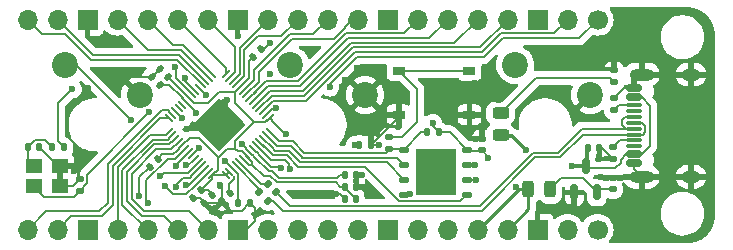
<source format=gbr>
%TF.GenerationSoftware,KiCad,Pcbnew,8.0.4*%
%TF.CreationDate,2025-01-25T23:18:52-05:00*%
%TF.ProjectId,catkeeb_devboard,6361746b-6565-4625-9f64-6576626f6172,rev?*%
%TF.SameCoordinates,Original*%
%TF.FileFunction,Copper,L1,Top*%
%TF.FilePolarity,Positive*%
%FSLAX46Y46*%
G04 Gerber Fmt 4.6, Leading zero omitted, Abs format (unit mm)*
G04 Created by KiCad (PCBNEW 8.0.4) date 2025-01-25 23:18:52*
%MOMM*%
%LPD*%
G01*
G04 APERTURE LIST*
G04 Aperture macros list*
%AMRoundRect*
0 Rectangle with rounded corners*
0 $1 Rounding radius*
0 $2 $3 $4 $5 $6 $7 $8 $9 X,Y pos of 4 corners*
0 Add a 4 corners polygon primitive as box body*
4,1,4,$2,$3,$4,$5,$6,$7,$8,$9,$2,$3,0*
0 Add four circle primitives for the rounded corners*
1,1,$1+$1,$2,$3*
1,1,$1+$1,$4,$5*
1,1,$1+$1,$6,$7*
1,1,$1+$1,$8,$9*
0 Add four rect primitives between the rounded corners*
20,1,$1+$1,$2,$3,$4,$5,0*
20,1,$1+$1,$4,$5,$6,$7,0*
20,1,$1+$1,$6,$7,$8,$9,0*
20,1,$1+$1,$8,$9,$2,$3,0*%
%AMRotRect*
0 Rectangle, with rotation*
0 The origin of the aperture is its center*
0 $1 length*
0 $2 width*
0 $3 Rotation angle, in degrees counterclockwise*
0 Add horizontal line*
21,1,$1,$2,0,0,$3*%
G04 Aperture macros list end*
%TA.AperFunction,ComponentPad*%
%ADD10C,1.700000*%
%TD*%
%TA.AperFunction,ComponentPad*%
%ADD11O,1.700000X1.700000*%
%TD*%
%TA.AperFunction,ComponentPad*%
%ADD12R,1.700000X1.700000*%
%TD*%
%TA.AperFunction,SMDPad,CuDef*%
%ADD13RoundRect,0.140000X-0.140000X-0.170000X0.140000X-0.170000X0.140000X0.170000X-0.140000X0.170000X0*%
%TD*%
%TA.AperFunction,SMDPad,CuDef*%
%ADD14RoundRect,0.135000X-0.185000X0.135000X-0.185000X-0.135000X0.185000X-0.135000X0.185000X0.135000X0*%
%TD*%
%TA.AperFunction,SMDPad,CuDef*%
%ADD15R,1.000000X0.750000*%
%TD*%
%TA.AperFunction,SMDPad,CuDef*%
%ADD16RoundRect,0.140000X-0.021213X0.219203X-0.219203X0.021213X0.021213X-0.219203X0.219203X-0.021213X0*%
%TD*%
%TA.AperFunction,SMDPad,CuDef*%
%ADD17RoundRect,0.135000X0.185000X-0.135000X0.185000X0.135000X-0.185000X0.135000X-0.185000X-0.135000X0*%
%TD*%
%TA.AperFunction,SMDPad,CuDef*%
%ADD18RoundRect,0.050000X0.238649X0.309359X-0.309359X-0.238649X-0.238649X-0.309359X0.309359X0.238649X0*%
%TD*%
%TA.AperFunction,SMDPad,CuDef*%
%ADD19RoundRect,0.050000X-0.238649X0.309359X-0.309359X0.238649X0.238649X-0.309359X0.309359X-0.238649X0*%
%TD*%
%TA.AperFunction,HeatsinkPad*%
%ADD20RotRect,3.200000X3.200000X225.000000*%
%TD*%
%TA.AperFunction,SMDPad,CuDef*%
%ADD21RoundRect,0.140000X0.219203X0.021213X0.021213X0.219203X-0.219203X-0.021213X-0.021213X-0.219203X0*%
%TD*%
%TA.AperFunction,SMDPad,CuDef*%
%ADD22RoundRect,0.135000X-0.135000X-0.185000X0.135000X-0.185000X0.135000X0.185000X-0.135000X0.185000X0*%
%TD*%
%TA.AperFunction,SMDPad,CuDef*%
%ADD23RoundRect,0.140000X-0.170000X0.140000X-0.170000X-0.140000X0.170000X-0.140000X0.170000X0.140000X0*%
%TD*%
%TA.AperFunction,SMDPad,CuDef*%
%ADD24RoundRect,0.243750X-0.243750X-0.456250X0.243750X-0.456250X0.243750X0.456250X-0.243750X0.456250X0*%
%TD*%
%TA.AperFunction,SMDPad,CuDef*%
%ADD25RoundRect,0.140000X0.170000X-0.140000X0.170000X0.140000X-0.170000X0.140000X-0.170000X-0.140000X0*%
%TD*%
%TA.AperFunction,SMDPad,CuDef*%
%ADD26RoundRect,0.150000X0.500000X-0.150000X0.500000X0.150000X-0.500000X0.150000X-0.500000X-0.150000X0*%
%TD*%
%TA.AperFunction,SMDPad,CuDef*%
%ADD27RoundRect,0.075000X0.575000X-0.075000X0.575000X0.075000X-0.575000X0.075000X-0.575000X-0.075000X0*%
%TD*%
%TA.AperFunction,ComponentPad*%
%ADD28O,2.100000X1.000000*%
%TD*%
%TA.AperFunction,ComponentPad*%
%ADD29O,1.600000X1.000000*%
%TD*%
%TA.AperFunction,SMDPad,CuDef*%
%ADD30RoundRect,0.135000X-0.226274X-0.035355X-0.035355X-0.226274X0.226274X0.035355X0.035355X0.226274X0*%
%TD*%
%TA.AperFunction,SMDPad,CuDef*%
%ADD31RoundRect,0.135000X0.135000X0.185000X-0.135000X0.185000X-0.135000X-0.185000X0.135000X-0.185000X0*%
%TD*%
%TA.AperFunction,SMDPad,CuDef*%
%ADD32RoundRect,0.125000X-0.262500X-0.125000X0.262500X-0.125000X0.262500X0.125000X-0.262500X0.125000X0*%
%TD*%
%TA.AperFunction,HeatsinkPad*%
%ADD33R,3.400000X4.000000*%
%TD*%
%TA.AperFunction,SMDPad,CuDef*%
%ADD34RoundRect,0.243750X-0.456250X0.243750X-0.456250X-0.243750X0.456250X-0.243750X0.456250X0.243750X0*%
%TD*%
%TA.AperFunction,SMDPad,CuDef*%
%ADD35R,1.400000X1.200000*%
%TD*%
%TA.AperFunction,SMDPad,CuDef*%
%ADD36RoundRect,0.150000X0.150000X-0.512500X0.150000X0.512500X-0.150000X0.512500X-0.150000X-0.512500X0*%
%TD*%
%TA.AperFunction,SMDPad,CuDef*%
%ADD37RoundRect,0.140000X0.021213X-0.219203X0.219203X-0.021213X-0.021213X0.219203X-0.219203X0.021213X0*%
%TD*%
%TA.AperFunction,SMDPad,CuDef*%
%ADD38RoundRect,0.140000X0.140000X0.170000X-0.140000X0.170000X-0.140000X-0.170000X0.140000X-0.170000X0*%
%TD*%
%TA.AperFunction,ComponentPad*%
%ADD39C,2.200000*%
%TD*%
%TA.AperFunction,ViaPad*%
%ADD40C,0.600000*%
%TD*%
%TA.AperFunction,Conductor*%
%ADD41C,0.200000*%
%TD*%
%TA.AperFunction,Conductor*%
%ADD42C,0.250000*%
%TD*%
%TA.AperFunction,Conductor*%
%ADD43C,0.300000*%
%TD*%
G04 APERTURE END LIST*
D10*
%TO.P,J6,1,Pin_1*%
%TO.N,+5V*%
X89360000Y-63960000D03*
D11*
%TO.P,J6,2,Pin_2*%
X86820000Y-63960000D03*
D12*
%TO.P,J6,3,Pin_3*%
%TO.N,GND*%
X84280000Y-63960000D03*
D11*
%TO.P,J6,4,Pin_4*%
%TO.N,+3V3*%
X81740000Y-63960000D03*
%TO.P,J6,5,Pin_5*%
X79200000Y-63960000D03*
%TO.P,J6,6,Pin_6*%
%TO.N,GPIO26_ADC3*%
X76660000Y-63960000D03*
%TO.P,J6,7,Pin_7*%
%TO.N,GPIO26_ADC2*%
X74120000Y-63960000D03*
D12*
%TO.P,J6,8,Pin_8*%
%TO.N,GND*%
X71580000Y-63960000D03*
D11*
%TO.P,J6,9,Pin_9*%
%TO.N,GPIO26_ADC1*%
X69040000Y-63960000D03*
%TO.P,J6,10,Pin_10*%
%TO.N,GPIO26_ADC0*%
X66500000Y-63960000D03*
%TO.P,J6,11,Pin_11*%
%TO.N,RUN*%
X63960000Y-63960000D03*
%TO.P,J6,12,Pin_12*%
%TO.N,GPIO22*%
X61420000Y-63960000D03*
D12*
%TO.P,J6,13,Pin_13*%
%TO.N,GND*%
X58880000Y-63960000D03*
D11*
%TO.P,J6,14,Pin_14*%
%TO.N,GPIO21*%
X56340000Y-63960000D03*
%TO.P,J6,15,Pin_15*%
%TO.N,GPIO20*%
X53800000Y-63960000D03*
%TO.P,J6,16,Pin_16*%
%TO.N,GPIO19*%
X51260000Y-63960000D03*
%TO.P,J6,17,Pin_17*%
%TO.N,GPIO18*%
X48720000Y-63960000D03*
D12*
%TO.P,J6,18,Pin_18*%
%TO.N,GND*%
X46180000Y-63960000D03*
D11*
%TO.P,J6,19,Pin_19*%
%TO.N,GPIO17*%
X43640000Y-63960000D03*
%TO.P,J6,20,Pin_20*%
%TO.N,GPIO16*%
X41100000Y-63960000D03*
%TD*%
%TO.P,J2,20,Pin_20*%
%TO.N,GPIO15*%
X41100000Y-46180000D03*
%TO.P,J2,19,Pin_19*%
%TO.N,GPIO14*%
X43640000Y-46180000D03*
D12*
%TO.P,J2,18,Pin_18*%
%TO.N,GND*%
X46180000Y-46180000D03*
D11*
%TO.P,J2,17,Pin_17*%
%TO.N,GPIO13*%
X48720000Y-46180000D03*
%TO.P,J2,16,Pin_16*%
%TO.N,GPIO12*%
X51260000Y-46180000D03*
%TO.P,J2,15,Pin_15*%
%TO.N,GPIO11*%
X53800000Y-46180000D03*
%TO.P,J2,14,Pin_14*%
%TO.N,GPIO10*%
X56340000Y-46180000D03*
D12*
%TO.P,J2,13,Pin_13*%
%TO.N,GND*%
X58880000Y-46180000D03*
D11*
%TO.P,J2,12,Pin_12*%
%TO.N,GPIO9*%
X61420000Y-46180000D03*
%TO.P,J2,11,Pin_11*%
%TO.N,GPIO8*%
X63960000Y-46180000D03*
%TO.P,J2,10,Pin_10*%
%TO.N,GPIO7*%
X66500000Y-46180000D03*
%TO.P,J2,9,Pin_9*%
%TO.N,GPIO6*%
X69040000Y-46180000D03*
D12*
%TO.P,J2,8,Pin_8*%
%TO.N,GND*%
X71580000Y-46180000D03*
D11*
%TO.P,J2,7,Pin_7*%
%TO.N,GPIO5*%
X74120000Y-46180000D03*
%TO.P,J2,6,Pin_6*%
%TO.N,GPIO4*%
X76660000Y-46180000D03*
%TO.P,J2,5,Pin_5*%
%TO.N,GPIO3*%
X79200000Y-46180000D03*
%TO.P,J2,4,Pin_4*%
%TO.N,GPIO2*%
X81740000Y-46180000D03*
D12*
%TO.P,J2,3,Pin_3*%
%TO.N,GND*%
X84280000Y-46180000D03*
D11*
%TO.P,J2,2,Pin_2*%
%TO.N,GPIO1*%
X86820000Y-46180000D03*
D10*
%TO.P,J2,1,Pin_1*%
%TO.N,GPIO0*%
X89360000Y-46180000D03*
%TD*%
D13*
%TO.P,C10,1*%
%TO.N,+1V1*%
X67950000Y-59300000D03*
%TO.P,C10,2*%
%TO.N,GND*%
X68910000Y-59300000D03*
%TD*%
D14*
%TO.P,R7,1*%
%TO.N,Net-(J1-CC1)*%
X90690000Y-56980000D03*
%TO.P,R7,2*%
%TO.N,GND*%
X90690000Y-58000000D03*
%TD*%
D15*
%TO.P,SW1,1,1*%
%TO.N,GND*%
X78520000Y-54230000D03*
X72520000Y-54230000D03*
%TO.P,SW1,2,2*%
%TO.N,Net-(R3-Pad1)*%
X78520000Y-50480000D03*
X72520000Y-50480000D03*
%TD*%
D16*
%TO.P,C4,1*%
%TO.N,+3V3*%
X52129411Y-57930589D03*
%TO.P,C4,2*%
%TO.N,GND*%
X51450589Y-58609411D03*
%TD*%
D17*
%TO.P,R6,1*%
%TO.N,Net-(D5-K)*%
X90770000Y-51490000D03*
%TO.P,R6,2*%
%TO.N,GND*%
X90770000Y-50470000D03*
%TD*%
D13*
%TO.P,C2,1*%
%TO.N,+3V3*%
X67960000Y-60320000D03*
%TO.P,C2,2*%
%TO.N,GND*%
X68920000Y-60320000D03*
%TD*%
D18*
%TO.P,U1,1,IOVDD*%
%TO.N,+3V3*%
X61589157Y-54489169D03*
%TO.P,U1,2,GPIO0*%
%TO.N,GPIO0*%
X61306314Y-54206326D03*
%TO.P,U1,3,GPIO1*%
%TO.N,GPIO1*%
X61023472Y-53923484D03*
%TO.P,U1,4,GPIO2*%
%TO.N,GPIO2*%
X60740629Y-53640641D03*
%TO.P,U1,5,GPIO3*%
%TO.N,GPIO3*%
X60457786Y-53357798D03*
%TO.P,U1,6,GPIO4*%
%TO.N,GPIO4*%
X60174944Y-53074956D03*
%TO.P,U1,7,GPIO5*%
%TO.N,GPIO5*%
X59892101Y-52792113D03*
%TO.P,U1,8,GPIO6*%
%TO.N,GPIO6*%
X59609258Y-52509270D03*
%TO.P,U1,9,GPIO7*%
%TO.N,GPIO7*%
X59326415Y-52226427D03*
%TO.P,U1,10,IOVDD*%
%TO.N,+3V3*%
X59043573Y-51943585D03*
%TO.P,U1,11,GPIO8*%
%TO.N,GPIO8*%
X58760730Y-51660742D03*
%TO.P,U1,12,GPIO9*%
%TO.N,GPIO9*%
X58477887Y-51377899D03*
%TO.P,U1,13,GPIO10*%
%TO.N,GPIO10*%
X58195045Y-51095057D03*
%TO.P,U1,14,GPIO11*%
%TO.N,GPIO11*%
X57912202Y-50812214D03*
D19*
%TO.P,U1,15,GPIO12*%
%TO.N,GPIO12*%
X56727798Y-50812214D03*
%TO.P,U1,16,GPIO13*%
%TO.N,GPIO13*%
X56444955Y-51095057D03*
%TO.P,U1,17,GPIO14*%
%TO.N,GPIO14*%
X56162113Y-51377899D03*
%TO.P,U1,18,GPIO15*%
%TO.N,GPIO15*%
X55879270Y-51660742D03*
%TO.P,U1,19,TESTEN*%
%TO.N,GND*%
X55596427Y-51943585D03*
%TO.P,U1,20,XIN*%
%TO.N,XIN*%
X55313585Y-52226427D03*
%TO.P,U1,21,XOUT*%
%TO.N,XOUT*%
X55030742Y-52509270D03*
%TO.P,U1,22,IOVDD*%
%TO.N,+3V3*%
X54747899Y-52792113D03*
%TO.P,U1,23,DVDD*%
%TO.N,+1V1*%
X54465056Y-53074956D03*
%TO.P,U1,24,SWCLK*%
%TO.N,SWCLK*%
X54182214Y-53357798D03*
%TO.P,U1,25,SWD*%
%TO.N,SWD*%
X53899371Y-53640641D03*
%TO.P,U1,26,RUN*%
%TO.N,RUN*%
X53616528Y-53923484D03*
%TO.P,U1,27,GPIO16*%
%TO.N,GPIO16*%
X53333686Y-54206326D03*
%TO.P,U1,28,GPIO17*%
%TO.N,GPIO17*%
X53050843Y-54489169D03*
D18*
%TO.P,U1,29,GPIO18*%
%TO.N,GPIO18*%
X53050843Y-55673573D03*
%TO.P,U1,30,GPIO19*%
%TO.N,GPIO19*%
X53333686Y-55956416D03*
%TO.P,U1,31,GPIO20*%
%TO.N,GPIO20*%
X53616528Y-56239258D03*
%TO.P,U1,32,GPIO21*%
%TO.N,GPIO21*%
X53899371Y-56522101D03*
%TO.P,U1,33,IOVDD*%
%TO.N,+3V3*%
X54182214Y-56804944D03*
%TO.P,U1,34,GPIO22*%
%TO.N,GPIO22*%
X54465056Y-57087786D03*
%TO.P,U1,35,GPIO23*%
%TO.N,GPIO23*%
X54747899Y-57370629D03*
%TO.P,U1,36,GPIO24*%
%TO.N,GPIO24*%
X55030742Y-57653472D03*
%TO.P,U1,37,GPIO25*%
%TO.N,GPIO25*%
X55313585Y-57936315D03*
%TO.P,U1,38,GPIO26_ADC0*%
%TO.N,GPIO26_ADC0*%
X55596427Y-58219157D03*
%TO.P,U1,39,GPIO27_ADC1*%
%TO.N,GPIO26_ADC1*%
X55879270Y-58502000D03*
%TO.P,U1,40,GPIO28_ADC2*%
%TO.N,GPIO26_ADC2*%
X56162113Y-58784843D03*
%TO.P,U1,41,GPIO29_ADC3*%
%TO.N,GPIO26_ADC3*%
X56444955Y-59067685D03*
%TO.P,U1,42,IOVDD*%
%TO.N,+3V3*%
X56727798Y-59350528D03*
D19*
%TO.P,U1,43,ADC_AVDD*%
X57912202Y-59350528D03*
%TO.P,U1,44,VREG_IN*%
X58195045Y-59067685D03*
%TO.P,U1,45,VREG_VOUT*%
%TO.N,+1V1*%
X58477887Y-58784843D03*
%TO.P,U1,46,USB_DM*%
%TO.N,Net-(U1-USB_DM)*%
X58760730Y-58502000D03*
%TO.P,U1,47,USB_DP*%
%TO.N,Net-(U1-USB_DP)*%
X59043573Y-58219157D03*
%TO.P,U1,48,USB_VDD*%
%TO.N,+3V3*%
X59326415Y-57936315D03*
%TO.P,U1,49,IOVDD*%
X59609258Y-57653472D03*
%TO.P,U1,50,DVDD*%
%TO.N,+1V1*%
X59892101Y-57370629D03*
%TO.P,U1,51,QSPI_SD3*%
%TO.N,QSPI_SD3*%
X60174944Y-57087786D03*
%TO.P,U1,52,QSPI_SCLK*%
%TO.N,QSPI_SCLK*%
X60457786Y-56804944D03*
%TO.P,U1,53,QSPI_SD0*%
%TO.N,QSPI_SD0*%
X60740629Y-56522101D03*
%TO.P,U1,54,QSPI_SD2*%
%TO.N,QSPI_SD2*%
X61023472Y-56239258D03*
%TO.P,U1,55,QSPI_SD1*%
%TO.N,QSPI_SD1*%
X61306314Y-55956416D03*
%TO.P,U1,56,QSPI_SS*%
%TO.N,QSPI_SS*%
X61589157Y-55673573D03*
D20*
%TO.P,U1,57,GND*%
%TO.N,GND*%
X57320000Y-55081371D03*
%TD*%
D21*
%TO.P,C5,1*%
%TO.N,+3V3*%
X52999411Y-51009411D03*
%TO.P,C5,2*%
%TO.N,GND*%
X52320589Y-50330589D03*
%TD*%
D16*
%TO.P,C1,1*%
%TO.N,+3V3*%
X58259411Y-60830589D03*
%TO.P,C1,2*%
%TO.N,GND*%
X57580589Y-61509411D03*
%TD*%
D14*
%TO.P,R3,1*%
%TO.N,Net-(R3-Pad1)*%
X71740000Y-56100000D03*
%TO.P,R3,2*%
%TO.N,QSPI_SS*%
X71740000Y-57120000D03*
%TD*%
D22*
%TO.P,R5,1*%
%TO.N,Net-(C16-Pad2)*%
X43170000Y-56990000D03*
%TO.P,R5,2*%
%TO.N,XOUT*%
X44190000Y-56990000D03*
%TD*%
D23*
%TO.P,C15,1*%
%TO.N,GND*%
X45520000Y-59690000D03*
%TO.P,C15,2*%
%TO.N,XIN*%
X45520000Y-60650000D03*
%TD*%
D24*
%TO.P,D7,1,K*%
%TO.N,+3V3*%
X83492500Y-60550000D03*
%TO.P,D7,2,A*%
%TO.N,Net-(D7-A)*%
X85367500Y-60550000D03*
%TD*%
D25*
%TO.P,C13,1*%
%TO.N,Net-(D7-A)*%
X90690000Y-60550000D03*
%TO.P,C13,2*%
%TO.N,GND*%
X90690000Y-59590000D03*
%TD*%
D26*
%TO.P,J1,A1,GND*%
%TO.N,GND*%
X92450000Y-58350000D03*
%TO.P,J1,A4,VBUS*%
%TO.N,+5V*%
X92450000Y-57550000D03*
D27*
%TO.P,J1,A5,CC1*%
%TO.N,Net-(J1-CC1)*%
X92450000Y-56400000D03*
%TO.P,J1,A6,D+*%
%TO.N,D+*%
X92450000Y-55400000D03*
%TO.P,J1,A7,D-*%
%TO.N,D-*%
X92450000Y-54900000D03*
%TO.P,J1,A8,SBU1*%
%TO.N,unconnected-(J1-SBU1-PadA8)*%
X92450000Y-53900000D03*
D26*
%TO.P,J1,A9,VBUS*%
%TO.N,+5V*%
X92450000Y-52750000D03*
%TO.P,J1,A12,GND*%
%TO.N,GND*%
X92450000Y-51950000D03*
%TO.P,J1,B1,GND*%
X92450000Y-51950000D03*
%TO.P,J1,B4,VBUS*%
%TO.N,+5V*%
X92450000Y-52750000D03*
D27*
%TO.P,J1,B5,CC2*%
%TO.N,Net-(J1-CC2)*%
X92450000Y-53400000D03*
%TO.P,J1,B6,D+*%
%TO.N,D+*%
X92450000Y-54400000D03*
%TO.P,J1,B7,D-*%
%TO.N,D-*%
X92450000Y-55900000D03*
%TO.P,J1,B8,SBU2*%
%TO.N,unconnected-(J1-SBU2-PadB8)*%
X92450000Y-56900000D03*
D26*
%TO.P,J1,B9,VBUS*%
%TO.N,+5V*%
X92450000Y-57550000D03*
%TO.P,J1,B12,GND*%
%TO.N,GND*%
X92450000Y-58350000D03*
D28*
%TO.P,J1,S1,SHIELD*%
X93090000Y-59470000D03*
D29*
X97270000Y-59470000D03*
D28*
X93090000Y-50830000D03*
D29*
X97270000Y-50830000D03*
%TD*%
D13*
%TO.P,C9,1*%
%TO.N,+1V1*%
X58960000Y-61680000D03*
%TO.P,C9,2*%
%TO.N,GND*%
X59920000Y-61680000D03*
%TD*%
D30*
%TO.P,R1,1*%
%TO.N,Net-(U1-USB_DP)*%
X61439376Y-60079376D03*
%TO.P,R1,2*%
%TO.N,D+*%
X62160624Y-60800624D03*
%TD*%
D31*
%TO.P,R4,1*%
%TO.N,+3V3*%
X75940000Y-55712500D03*
%TO.P,R4,2*%
%TO.N,QSPI_SS*%
X74920000Y-55712500D03*
%TD*%
D21*
%TO.P,C11,1*%
%TO.N,+1V1*%
X52319411Y-51689411D03*
%TO.P,C11,2*%
%TO.N,GND*%
X51640589Y-51010589D03*
%TD*%
D32*
%TO.P,U3,1,~{CS}*%
%TO.N,QSPI_SS*%
X72985000Y-57172500D03*
%TO.P,U3,2,DO(IO1)*%
%TO.N,QSPI_SD1*%
X72985000Y-58442500D03*
%TO.P,U3,3,IO2*%
%TO.N,QSPI_SD2*%
X72985000Y-59712500D03*
%TO.P,U3,4,GND*%
%TO.N,GND*%
X72985000Y-60982500D03*
%TO.P,U3,5,DI(IO0)*%
%TO.N,QSPI_SD0*%
X78310000Y-60982500D03*
%TO.P,U3,6,CLK*%
%TO.N,QSPI_SCLK*%
X78310000Y-59712500D03*
%TO.P,U3,7,IO3*%
%TO.N,QSPI_SD3*%
X78310000Y-58442500D03*
%TO.P,U3,8,VCC*%
%TO.N,+3V3*%
X78310000Y-57172500D03*
D33*
%TO.P,U3,9*%
%TO.N,N/C*%
X75647500Y-59077500D03*
%TD*%
D16*
%TO.P,C8,1*%
%TO.N,+3V3*%
X56749411Y-61010589D03*
%TO.P,C8,2*%
%TO.N,GND*%
X56070589Y-61689411D03*
%TD*%
D34*
%TO.P,D5,1,K*%
%TO.N,Net-(D5-K)*%
X81150000Y-54102500D03*
%TO.P,D5,2,A*%
%TO.N,+5V*%
X81150000Y-55977500D03*
%TD*%
D30*
%TO.P,R2,1*%
%TO.N,Net-(U1-USB_DM)*%
X60739376Y-60769376D03*
%TO.P,R2,2*%
%TO.N,D-*%
X61460624Y-61490624D03*
%TD*%
D35*
%TO.P,Y1,1,1*%
%TO.N,XIN*%
X41620000Y-60250000D03*
%TO.P,Y1,2,2*%
%TO.N,GND*%
X43820000Y-60250000D03*
%TO.P,Y1,3,3*%
X43820000Y-58550000D03*
%TO.P,Y1,4,4*%
%TO.N,Net-(C16-Pad2)*%
X41620000Y-58550000D03*
%TD*%
D36*
%TO.P,U2,1,GND*%
%TO.N,GND*%
X87407500Y-60807500D03*
%TO.P,U2,2,VO*%
%TO.N,Net-(D7-A)*%
X89307500Y-60807500D03*
%TO.P,U2,3,VI*%
%TO.N,+5V*%
X88357500Y-58532500D03*
%TD*%
D25*
%TO.P,C14,1*%
%TO.N,+3V3*%
X79550000Y-57250000D03*
%TO.P,C14,2*%
%TO.N,GND*%
X79550000Y-56290000D03*
%TD*%
D13*
%TO.P,C12,1*%
%TO.N,+5V*%
X88550000Y-57010000D03*
%TO.P,C12,2*%
%TO.N,GND*%
X89510000Y-57010000D03*
%TD*%
D17*
%TO.P,R8,1*%
%TO.N,Net-(J1-CC2)*%
X90740000Y-53820000D03*
%TO.P,R8,2*%
%TO.N,GND*%
X90740000Y-52800000D03*
%TD*%
D16*
%TO.P,C3,1*%
%TO.N,+3V3*%
X55779411Y-60610589D03*
%TO.P,C3,2*%
%TO.N,GND*%
X55100589Y-61289411D03*
%TD*%
D37*
%TO.P,C6,1*%
%TO.N,+3V3*%
X60200589Y-49309411D03*
%TO.P,C6,2*%
%TO.N,GND*%
X60879411Y-48630589D03*
%TD*%
D13*
%TO.P,C7,1*%
%TO.N,+3V3*%
X69190000Y-56790000D03*
%TO.P,C7,2*%
%TO.N,GND*%
X70150000Y-56790000D03*
%TD*%
D38*
%TO.P,C17,1*%
%TO.N,+3V3*%
X68910000Y-61350000D03*
%TO.P,C17,2*%
%TO.N,GND*%
X67950000Y-61350000D03*
%TD*%
%TO.P,C16,1*%
%TO.N,GND*%
X42090000Y-56980000D03*
%TO.P,C16,2*%
%TO.N,Net-(C16-Pad2)*%
X41130000Y-56980000D03*
%TD*%
D39*
%TO.P,MX2,1,COL*%
%TO.N,GPIO24*%
X63341250Y-50000000D03*
%TO.P,MX2,2,ROW*%
%TO.N,GND*%
X69691250Y-52540000D03*
%TD*%
%TO.P,MX3,1,COL*%
%TO.N,GPIO25*%
X44291250Y-50000000D03*
%TO.P,MX3,2,ROW*%
%TO.N,GND*%
X50641250Y-52540000D03*
%TD*%
%TO.P,MX1,1,COL*%
%TO.N,GPIO23*%
X82391250Y-50000000D03*
%TO.P,MX1,2,ROW*%
%TO.N,GND*%
X88741250Y-52540000D03*
%TD*%
D40*
%TO.N,GND*%
X95300000Y-50850000D03*
X95250000Y-59400000D03*
X58900000Y-47600000D03*
X69000000Y-50250000D03*
X68000000Y-51250000D03*
X90500000Y-62000000D03*
X68500000Y-55500000D03*
%TO.N,GPIO26_ADC3*%
X52710000Y-60260000D03*
%TO.N,GPIO22*%
X51310000Y-61720000D03*
%TO.N,GND*%
X90500000Y-49000000D03*
X88500000Y-49000000D03*
X86500000Y-49000000D03*
X84500000Y-49000000D03*
X75000000Y-53000000D03*
X81000000Y-53000000D03*
X79000000Y-53000000D03*
X77000000Y-53000000D03*
X72000000Y-52500000D03*
X68500000Y-54000000D03*
X71000000Y-54000000D03*
X71000000Y-51000000D03*
X81000000Y-51500000D03*
X79000000Y-51500000D03*
X77000000Y-51500000D03*
X75000000Y-51500000D03*
X87500000Y-54500000D03*
X86500000Y-52500000D03*
X84500000Y-52500000D03*
X87000000Y-62000000D03*
X85000000Y-62000000D03*
X45000000Y-59000000D03*
X49000000Y-48000000D03*
X47000000Y-48000000D03*
X48580000Y-51970000D03*
X50562108Y-61117892D03*
X65240000Y-48830000D03*
X61590000Y-50760000D03*
%TO.N,+1V1*%
X57828453Y-58108453D03*
%TO.N,GND*%
X46220000Y-52000000D03*
X58010000Y-52970000D03*
%TO.N,XIN*%
X54460000Y-51090000D03*
%TO.N,GND*%
X56190000Y-52550000D03*
%TO.N,RUN*%
X54188575Y-54518600D03*
%TO.N,GPIO25*%
X49881570Y-54700000D03*
%TO.N,GND*%
X45870000Y-57810000D03*
X49380000Y-51070000D03*
%TO.N,GPIO25*%
X54490064Y-58476991D03*
%TO.N,GPIO24*%
X55635735Y-57044265D03*
%TO.N,+1V1*%
X55390763Y-54040760D03*
X59253360Y-56730000D03*
%TO.N,+3V3*%
X62950000Y-55840000D03*
X68850000Y-56820000D03*
X75420000Y-54940000D03*
X80106970Y-57925285D03*
X82470000Y-60310000D03*
%TO.N,XIN*%
X51410000Y-53960000D03*
%TO.N,XOUT*%
X44890000Y-52040000D03*
X53569997Y-50200003D03*
%TO.N,QSPI_SCLK*%
X79040000Y-59710000D03*
X63350000Y-58860000D03*
%TO.N,GPIO26_ADC0*%
X52345600Y-59425600D03*
%TO.N,GPIO26_ADC1*%
X53642288Y-60347243D03*
%TO.N,GPIO23*%
X53640449Y-58533524D03*
%TO.N,QSPI_SD3*%
X79010000Y-58510000D03*
X62540000Y-58750000D03*
%TO.N,GPIO26_ADC2*%
X54510735Y-60150735D03*
%TO.N,GPIO0*%
X62180000Y-53620000D03*
X66699265Y-51879265D03*
%TO.N,+5V*%
X87220000Y-58526714D03*
X83297488Y-57213983D03*
%TO.N,GND*%
X70820000Y-56800000D03*
X61620000Y-48150000D03*
X69450982Y-59289018D03*
X73447498Y-60930000D03*
X69830000Y-60920000D03*
X54610000Y-55440000D03*
X89680000Y-59510000D03*
X67230000Y-60920000D03*
X57390002Y-60150000D03*
X89520000Y-58000000D03*
%TD*%
D41*
%TO.N,+3V3*%
X60268166Y-54866665D02*
X58666076Y-53264575D01*
X58666076Y-53264575D02*
X58666076Y-52321078D01*
%TO.N,GND*%
X57390002Y-60150000D02*
X57580589Y-60340587D01*
X57580589Y-60340587D02*
X57580589Y-61509411D01*
X43820000Y-60250000D02*
X44960000Y-60250000D01*
X44960000Y-60250000D02*
X45520000Y-59690000D01*
%TO.N,GPIO26_ADC3*%
X52710000Y-60260000D02*
X52710000Y-60263484D01*
X52710000Y-60263484D02*
X53404323Y-60957807D01*
X53404323Y-60957807D02*
X54552193Y-60957807D01*
X54552193Y-60957807D02*
X55290000Y-60220000D01*
X55292640Y-60220000D02*
X56444955Y-59067685D01*
X55290000Y-60220000D02*
X55292640Y-60220000D01*
%TO.N,GPIO26_ADC0*%
X52345600Y-59425600D02*
X52620465Y-59150735D01*
X52620465Y-59150735D02*
X54657894Y-59150735D01*
X54657894Y-59150735D02*
X54848629Y-58960000D01*
X54848629Y-58960000D02*
X54855584Y-58960000D01*
X54855584Y-58960000D02*
X55596427Y-58219157D01*
%TO.N,GPIO22*%
X52988761Y-57933909D02*
X51162108Y-59760562D01*
X51162108Y-59760562D02*
X51162108Y-61572108D01*
X51162108Y-61572108D02*
X51310000Y-61720000D01*
X52988761Y-57933909D02*
X53618933Y-57933909D01*
X53618933Y-57933909D02*
X54465056Y-57087786D01*
%TO.N,GND*%
X50562108Y-61117892D02*
X50550000Y-61105784D01*
X50550000Y-61105784D02*
X50550000Y-59510000D01*
X50550000Y-59510000D02*
X51450589Y-58609411D01*
X50562108Y-61117892D02*
X50530000Y-61150000D01*
%TO.N,RUN*%
X54188575Y-54518600D02*
X54188575Y-54495527D01*
X54188575Y-54495527D02*
X53616530Y-53923482D01*
%TO.N,+1V1*%
X55390763Y-54040760D02*
X55390763Y-54000659D01*
X55390763Y-54000659D02*
X54465058Y-53074954D01*
X57828453Y-58135411D02*
X58477885Y-58784843D01*
X57828453Y-58108453D02*
X57828453Y-58135411D01*
X58477885Y-58784843D02*
X58477887Y-58784843D01*
%TO.N,+3V3*%
X58653360Y-57093614D02*
X57994763Y-57093614D01*
X57994763Y-57093614D02*
X57318377Y-57770000D01*
X57318377Y-57770000D02*
X57210000Y-57770000D01*
X58550000Y-59422644D02*
X58550000Y-59660000D01*
X58550000Y-59660000D02*
X58139411Y-60070589D01*
X58139411Y-60070589D02*
X58139411Y-60780589D01*
%TO.N,+1V1*%
X60268579Y-57747107D02*
X60268579Y-57764265D01*
X60268579Y-57764265D02*
X61519770Y-59015456D01*
X61519770Y-59015456D02*
X61817957Y-59015456D01*
X61817957Y-59015456D02*
X62362501Y-59560000D01*
X59892101Y-57370629D02*
X60268579Y-57747107D01*
X62362501Y-59560000D02*
X67310000Y-59560000D01*
X67310000Y-59560000D02*
X67570000Y-59300000D01*
X67570000Y-59300000D02*
X67950000Y-59300000D01*
%TO.N,QSPI_SD3*%
X60174944Y-57087786D02*
X60668579Y-57581421D01*
X60668579Y-57581421D02*
X60668579Y-57598579D01*
X60668579Y-57598579D02*
X61685456Y-58615456D01*
X61685456Y-58615456D02*
X62405456Y-58615456D01*
X62405456Y-58615456D02*
X62540000Y-58750000D01*
%TO.N,GND*%
X44450000Y-56030000D02*
X44450000Y-53770000D01*
X45870000Y-57450000D02*
X44450000Y-56030000D01*
X44450000Y-53770000D02*
X46220000Y-52000000D01*
X45870000Y-57810000D02*
X45870000Y-57450000D01*
%TO.N,XOUT*%
X44890000Y-52040000D02*
X43690000Y-53240000D01*
X43690000Y-53240000D02*
X43690000Y-56490000D01*
X43690000Y-56490000D02*
X44190000Y-56990000D01*
%TO.N,GND*%
X55950589Y-61559411D02*
X56091178Y-61700000D01*
X57220000Y-61700000D02*
X57460589Y-61459411D01*
X57460589Y-61459411D02*
X58371178Y-62370000D01*
X58371178Y-62370000D02*
X59240000Y-62370000D01*
X56091178Y-61700000D02*
X57220000Y-61700000D01*
X59240000Y-62370000D02*
X59890000Y-61720000D01*
X59890000Y-61720000D02*
X59890000Y-61610000D01*
X69830000Y-60920000D02*
X69230000Y-60320000D01*
X69230000Y-60320000D02*
X68920000Y-60320000D01*
X73447498Y-60930000D02*
X73037500Y-60930000D01*
X73037500Y-60930000D02*
X72985000Y-60982500D01*
%TO.N,XIN*%
X54460000Y-51372842D02*
X55313585Y-52226427D01*
X54460000Y-51090000D02*
X54460000Y-51372842D01*
%TO.N,GND*%
X56190000Y-52537158D02*
X56190000Y-52550000D01*
X55596427Y-51943585D02*
X56190000Y-52537158D01*
%TO.N,GPIO25*%
X49881570Y-54700000D02*
X45181570Y-50000000D01*
X45181570Y-50000000D02*
X44291250Y-50000000D01*
%TO.N,XIN*%
X51410000Y-53960000D02*
X51410000Y-54020098D01*
X46130000Y-59300098D02*
X46130000Y-60040000D01*
X51410000Y-54020098D02*
X46130000Y-59300098D01*
X46130000Y-60040000D02*
X45520000Y-60650000D01*
%TO.N,GPIO23*%
X53640449Y-58478079D02*
X54747899Y-57370629D01*
X53640449Y-58533524D02*
X53640449Y-58478079D01*
%TO.N,GND*%
X42090000Y-56980000D02*
X43660000Y-58550000D01*
X43660000Y-58550000D02*
X43820000Y-58550000D01*
X49439411Y-51010589D02*
X49380000Y-51070000D01*
X51640589Y-51010589D02*
X49439411Y-51010589D01*
X52320589Y-50330589D02*
X51640589Y-51010589D01*
D42*
%TO.N,+3V3*%
X83492500Y-60550000D02*
X83492500Y-62207500D01*
X83492500Y-62207500D02*
X81740000Y-63960000D01*
D41*
%TO.N,GPIO0*%
X66699265Y-51879265D02*
X66699265Y-51596421D01*
X66699265Y-51596421D02*
X68955686Y-49340000D01*
X81325686Y-47730000D02*
X87810000Y-47730000D01*
X87810000Y-47730000D02*
X89360000Y-46180000D01*
X68955686Y-49340000D02*
X79715686Y-49340000D01*
X79715686Y-49340000D02*
X81325686Y-47730000D01*
%TO.N,GPIO25*%
X55313585Y-57936315D02*
X55196428Y-58053472D01*
X55196426Y-58053472D02*
X54644949Y-58604949D01*
X55196428Y-58053472D02*
X55196426Y-58053472D01*
X54644949Y-58604949D02*
X54516991Y-58476991D01*
X54516991Y-58476991D02*
X54490064Y-58476991D01*
%TO.N,GPIO24*%
X55030742Y-57653472D02*
X55635735Y-57048479D01*
X55635735Y-57048479D02*
X55635735Y-57044265D01*
%TO.N,+3V3*%
X56727798Y-59350528D02*
X57210000Y-58868326D01*
X57210000Y-58868326D02*
X57210000Y-57770000D01*
X57210000Y-57770000D02*
X55600000Y-56160000D01*
X55600000Y-56160000D02*
X54827158Y-56160000D01*
X54827158Y-56160000D02*
X54182214Y-56804944D01*
%TO.N,+1V1*%
X59514605Y-56991245D02*
X59514605Y-56993133D01*
X58950000Y-61590000D02*
X58930000Y-61610000D01*
X53079509Y-51689411D02*
X52319411Y-51689411D01*
X54145049Y-52754951D02*
X53079509Y-51689411D01*
X58477887Y-58784845D02*
X58950000Y-59256958D01*
X58477887Y-58784843D02*
X58477887Y-58784845D01*
X59514605Y-56993133D02*
X59892101Y-57370629D01*
X54465056Y-53074956D02*
X54145049Y-52754951D01*
X59253360Y-56730000D02*
X59514605Y-56991245D01*
X58950000Y-59256958D02*
X58950000Y-61590000D01*
%TO.N,+3V3*%
X58653360Y-57093614D02*
X58889746Y-57330000D01*
X80106970Y-57925285D02*
X80106970Y-57806970D01*
X58653360Y-56481471D02*
X58653360Y-57093614D01*
X82690000Y-60550000D02*
X82690000Y-60530000D01*
X59850104Y-58460000D02*
X60130000Y-58460000D01*
X59043573Y-51943587D02*
X58926417Y-52060743D01*
X79280000Y-63960000D02*
X79200000Y-63960000D01*
X61211663Y-54866665D02*
X60746665Y-54866665D01*
D42*
X83492500Y-60550000D02*
X82690000Y-60550000D01*
D41*
X82690000Y-60530000D02*
X82470000Y-60310000D01*
X54747901Y-52792111D02*
X55215790Y-53260000D01*
X62990589Y-55890601D02*
X62990589Y-55960589D01*
X52129411Y-57930589D02*
X52526091Y-57533909D01*
X58657154Y-52330000D02*
X58666076Y-52321078D01*
X61589157Y-54489169D02*
X61919994Y-54820006D01*
X53453249Y-57533909D02*
X53717156Y-57270002D01*
X75420000Y-55192500D02*
X75940000Y-55712500D01*
X61919994Y-54820006D02*
X61706318Y-54606330D01*
X80106970Y-57806970D02*
X79550000Y-57250000D01*
X57912202Y-59350528D02*
X58195043Y-59067687D01*
X59850000Y-49660000D02*
X60200589Y-49309411D01*
X61706318Y-54606330D02*
X61471998Y-54606330D01*
X59499898Y-58109792D02*
X59530695Y-58140589D01*
X59285786Y-57330000D02*
X58889746Y-57330000D01*
X60268166Y-54866665D02*
X58653360Y-56481471D01*
X62939988Y-55840000D02*
X62950000Y-55840000D01*
X53847143Y-51891361D02*
X52999411Y-51043629D01*
X55719411Y-60620589D02*
X56369411Y-60620589D01*
X78400000Y-57262500D02*
X78310000Y-57172500D01*
X56727798Y-59350528D02*
X57912202Y-59350528D01*
D42*
X82690000Y-60550000D02*
X79280000Y-63960000D01*
D41*
X59043573Y-51943585D02*
X59850000Y-51137158D01*
X61589157Y-54489169D02*
X61449164Y-54629163D01*
X62950000Y-55840000D02*
X62950000Y-55850012D01*
X79570000Y-57262500D02*
X78400000Y-57262500D01*
X62950000Y-55850012D02*
X62990589Y-55890601D01*
X60746665Y-54866665D02*
X60268166Y-54866665D01*
X56369411Y-60620589D02*
X56629411Y-60880589D01*
X68990000Y-61270000D02*
X68910000Y-61350000D01*
X56727798Y-59702202D02*
X55809411Y-60620589D01*
X58666076Y-52321078D02*
X59043571Y-51943583D01*
X56727798Y-59350528D02*
X56727798Y-59702202D01*
X54747899Y-52792113D02*
X53847147Y-51891361D01*
X59609258Y-57653472D02*
X59285786Y-57330000D01*
X53847147Y-51891361D02*
X53847143Y-51891361D01*
X59043573Y-51943585D02*
X59043573Y-51943587D01*
X75940000Y-55712500D02*
X76850000Y-55712500D01*
X52526091Y-57533909D02*
X53453249Y-57533909D01*
X61471998Y-54606330D02*
X61211663Y-54866665D01*
X67960000Y-60400000D02*
X68910000Y-61350000D01*
X59850000Y-51137158D02*
X59850000Y-49660000D01*
X59326417Y-57936313D02*
X59850104Y-58460000D01*
X53717154Y-57270000D02*
X54182212Y-56804942D01*
X76850000Y-55712500D02*
X78310000Y-57172500D01*
X52999411Y-51043629D02*
X52999411Y-51009411D01*
X61919994Y-54820006D02*
X62939988Y-55840000D01*
X67960000Y-60320000D02*
X67960000Y-60400000D01*
X75420000Y-54940000D02*
X75420000Y-55192500D01*
%TO.N,XIN*%
X42520000Y-61150000D02*
X45020000Y-61150000D01*
X41620000Y-60250000D02*
X42520000Y-61150000D01*
X45020000Y-61150000D02*
X45520000Y-60650000D01*
%TO.N,Net-(C16-Pad2)*%
X43170000Y-56990000D02*
X42550000Y-56370000D01*
X41130000Y-58060000D02*
X41620000Y-58550000D01*
X41130000Y-56980000D02*
X41130000Y-58060000D01*
X41740000Y-56370000D02*
X41130000Y-56980000D01*
X42550000Y-56370000D02*
X41740000Y-56370000D01*
%TO.N,GPIO15*%
X46474314Y-49570000D02*
X53788524Y-49570000D01*
X41100000Y-46180000D02*
X42310000Y-47390000D01*
X42310000Y-47390000D02*
X44294314Y-47390000D01*
X53788524Y-49570000D02*
X55879268Y-51660744D01*
X44294314Y-47390000D02*
X46474314Y-49570000D01*
%TO.N,GPIO17*%
X47380000Y-62810000D02*
X48320000Y-61870000D01*
X52355145Y-54489169D02*
X53050843Y-54489169D01*
X48320000Y-58524314D02*
X52355145Y-54489169D01*
X48320000Y-61870000D02*
X48320000Y-58524314D01*
X43640000Y-63960000D02*
X44790000Y-62810000D01*
X44790000Y-62810000D02*
X47380000Y-62810000D01*
%TO.N,GPIO16*%
X41100000Y-63960000D02*
X42670000Y-62390000D01*
X52449798Y-53828830D02*
X52956186Y-53828830D01*
X47920000Y-58358628D02*
X52449798Y-53828830D01*
X52956186Y-53828830D02*
X53333684Y-54206328D01*
X47920000Y-61660000D02*
X47920000Y-58358628D01*
X47190000Y-62390000D02*
X47920000Y-61660000D01*
X42670000Y-62390000D02*
X47190000Y-62390000D01*
%TO.N,XOUT*%
X53661358Y-50291364D02*
X53569997Y-50200003D01*
X53661358Y-51139890D02*
X53661358Y-50291364D01*
X54012833Y-51491361D02*
X54012829Y-51491361D01*
X54012829Y-51491361D02*
X53661358Y-51139890D01*
X55030742Y-52509270D02*
X54012833Y-51491361D01*
%TO.N,GPIO4*%
X68215686Y-47730000D02*
X75110000Y-47730000D01*
X64145686Y-51800000D02*
X68215686Y-47730000D01*
X60174946Y-53074958D02*
X61449904Y-51800000D01*
X75110000Y-47730000D02*
X76660000Y-46180000D01*
X61449904Y-51800000D02*
X64145686Y-51800000D01*
%TO.N,GPIO3*%
X68464314Y-48130000D02*
X64394314Y-52200000D01*
X79200000Y-46180000D02*
X77250000Y-48130000D01*
X61615590Y-52200000D02*
X60457789Y-53357801D01*
X77250000Y-48130000D02*
X68464314Y-48130000D01*
X64394314Y-52200000D02*
X61615590Y-52200000D01*
%TO.N,RUN*%
X53616528Y-53923486D02*
X53721521Y-54028479D01*
X53616528Y-53923484D02*
X53616528Y-53923486D01*
%TO.N,GPIO7*%
X63350000Y-47370000D02*
X60260000Y-50460000D01*
X60260000Y-50460000D02*
X60260000Y-51292846D01*
X66500000Y-46180000D02*
X65310000Y-47370000D01*
X65310000Y-47370000D02*
X63350000Y-47370000D01*
X60260000Y-51292846D02*
X59326417Y-52226429D01*
%TO.N,QSPI_SCLK*%
X63218629Y-58401372D02*
X63218629Y-58728629D01*
X61715686Y-58071371D02*
X62888628Y-58071371D01*
X79037500Y-59712500D02*
X79040000Y-59710000D01*
X60457786Y-56804944D02*
X61050000Y-57397158D01*
X62888628Y-58071371D02*
X63218629Y-58401372D01*
X61050000Y-57405685D02*
X61715686Y-58071371D01*
X63218629Y-58728629D02*
X63350000Y-58860000D01*
X61050000Y-57397158D02*
X61050000Y-57405685D01*
X78310000Y-59712500D02*
X79037500Y-59712500D01*
%TO.N,GPIO10*%
X56340000Y-46180000D02*
X58650000Y-48490000D01*
X58650000Y-50640098D02*
X58195043Y-51095055D01*
X58650000Y-48490000D02*
X58650000Y-50640098D01*
%TO.N,GPIO1*%
X64710000Y-53020000D02*
X61926962Y-53020000D01*
X61926962Y-53020000D02*
X61023475Y-53923487D01*
X79560000Y-48930000D02*
X68800000Y-48930000D01*
X85670000Y-47330000D02*
X81160000Y-47330000D01*
X86820000Y-46180000D02*
X85670000Y-47330000D01*
X68800000Y-48930000D02*
X64710000Y-53020000D01*
X81160000Y-47330000D02*
X79560000Y-48930000D01*
%TO.N,QSPI_SD0*%
X64032943Y-58650000D02*
X69660494Y-58650000D01*
X77760000Y-61532500D02*
X78310000Y-60982500D01*
X60740629Y-56522101D02*
X61889899Y-57671371D01*
X61450000Y-57240000D02*
X61450000Y-57231470D01*
X63054314Y-57671371D02*
X64032943Y-58650000D01*
X61450000Y-57231470D02*
X61034265Y-56815735D01*
X69660494Y-58650000D02*
X72542994Y-61532500D01*
X72542994Y-61532500D02*
X77760000Y-61532500D01*
X61889899Y-57671371D02*
X63054314Y-57671371D01*
%TO.N,GPIO11*%
X57912202Y-50292202D02*
X53800000Y-46180000D01*
X57912202Y-50812214D02*
X57912202Y-50292202D01*
%TO.N,Net-(U1-USB_DP)*%
X60903788Y-60079376D02*
X61439376Y-60079376D01*
X59043571Y-58219159D02*
X60903788Y-60079376D01*
%TO.N,GPIO8*%
X63960000Y-46180000D02*
X63960000Y-46461476D01*
X60650000Y-47550000D02*
X62590000Y-47550000D01*
X58760730Y-51660742D02*
X59450000Y-50971472D01*
X59450000Y-48750000D02*
X60650000Y-47550000D01*
X59450000Y-50971472D02*
X59450000Y-48750000D01*
X62590000Y-47550000D02*
X63960000Y-46180000D01*
%TO.N,GPIO19*%
X52956189Y-56333909D02*
X53333684Y-55956414D01*
X51260000Y-63960000D02*
X49130000Y-61830000D01*
X49130000Y-58890000D02*
X51686091Y-56333909D01*
X49130000Y-61830000D02*
X49130000Y-58890000D01*
X51686091Y-56333909D02*
X52956189Y-56333909D01*
%TO.N,Net-(U1-USB_DM)*%
X58760728Y-58502002D02*
X60739376Y-60480650D01*
X60739376Y-60480650D02*
X60739376Y-60769376D01*
%TO.N,GPIO26_ADC1*%
X55014314Y-59360000D02*
X55021270Y-59360000D01*
X54823579Y-59550735D02*
X55014314Y-59360000D01*
X54262206Y-59550735D02*
X54823579Y-59550735D01*
X53642288Y-60170653D02*
X54262206Y-59550735D01*
X55021270Y-59360000D02*
X55879270Y-58502000D01*
X53642288Y-60347243D02*
X53642288Y-60170653D01*
%TO.N,GPIO20*%
X50820000Y-62790000D02*
X52630000Y-62790000D01*
X53616528Y-56239258D02*
X53121877Y-56733909D01*
X51851777Y-56733909D02*
X49530000Y-59055686D01*
X52630000Y-62790000D02*
X53800000Y-63960000D01*
X53121877Y-56733909D02*
X51851777Y-56733909D01*
X49530000Y-59055686D02*
X49530000Y-61500000D01*
X53616528Y-56239258D02*
X53616528Y-56239260D01*
X49530000Y-61500000D02*
X50820000Y-62790000D01*
X53220000Y-63960000D02*
X53800000Y-63960000D01*
%TO.N,GPIO6*%
X68600000Y-46180000D02*
X69040000Y-46180000D01*
X67020000Y-47770000D02*
X67950000Y-46840000D01*
X67950000Y-46830000D02*
X68600000Y-46180000D01*
X60660000Y-50630000D02*
X63520000Y-47770000D01*
X63520000Y-47770000D02*
X67020000Y-47770000D01*
X69040000Y-46180000D02*
X69040000Y-46310000D01*
X60660000Y-51458532D02*
X60660000Y-50630000D01*
X59609260Y-52509272D02*
X60660000Y-51458532D01*
X67950000Y-46840000D02*
X67950000Y-46830000D01*
%TO.N,QSPI_SD2*%
X61764949Y-56980737D02*
X61023472Y-56239258D01*
X62055583Y-57271371D02*
X61764949Y-56980737D01*
X63220000Y-57271371D02*
X62055583Y-57271371D01*
X72985000Y-59712500D02*
X71522500Y-58250000D01*
X64178628Y-58230000D02*
X63220000Y-57271371D01*
X71522500Y-58250000D02*
X64198629Y-58250000D01*
X64178629Y-58230000D02*
X64178628Y-58230000D01*
X64198629Y-58250000D02*
X64178629Y-58230000D01*
%TO.N,GPIO12*%
X56727798Y-50812214D02*
X54245584Y-48330000D01*
X53410000Y-48330000D02*
X51260000Y-46180000D01*
X54245584Y-48330000D02*
X53410000Y-48330000D01*
%TO.N,GPIO13*%
X54079902Y-48730000D02*
X56444957Y-51095055D01*
X48720000Y-46180000D02*
X51270000Y-48730000D01*
X51270000Y-48730000D02*
X54079902Y-48730000D01*
%TO.N,GPIO9*%
X58477887Y-51377899D02*
X58477887Y-51377897D01*
X58477887Y-51377897D02*
X59050000Y-50805784D01*
X59050000Y-48550000D02*
X61420000Y-46180000D01*
X59050000Y-50805784D02*
X59050000Y-48550000D01*
%TO.N,GPIO21*%
X54770000Y-62390000D02*
X56340000Y-63960000D01*
X52017463Y-57133909D02*
X49940000Y-59211372D01*
X49940000Y-61344314D02*
X50985686Y-62390000D01*
X50985686Y-62390000D02*
X54770000Y-62390000D01*
X49940000Y-59211372D02*
X49940000Y-61344314D01*
X53287563Y-57133909D02*
X52017463Y-57133909D01*
X53899371Y-56522101D02*
X53287563Y-57133909D01*
%TO.N,QSPI_SS*%
X71430000Y-57430000D02*
X71740000Y-57120000D01*
X71610000Y-57142500D02*
X72955000Y-57142500D01*
X64510000Y-57430000D02*
X71430000Y-57430000D01*
X61589157Y-55673573D02*
X62375584Y-56460000D01*
X62375584Y-56460000D02*
X63540000Y-56460000D01*
X72955000Y-57142500D02*
X72985000Y-57172500D01*
X63540000Y-56460000D02*
X64510000Y-57430000D01*
X72985000Y-57172500D02*
X74445000Y-55712500D01*
X74445000Y-55712500D02*
X74920000Y-55712500D01*
%TO.N,GPIO2*%
X79390000Y-48530000D02*
X68634314Y-48530000D01*
X81740000Y-46180000D02*
X79390000Y-48530000D01*
X68634314Y-48530000D02*
X64544314Y-52620000D01*
X64544314Y-52620000D02*
X61761276Y-52620000D01*
X61761276Y-52620000D02*
X60740632Y-53640644D01*
%TO.N,QSPI_SD3*%
X79010000Y-58510000D02*
X78377500Y-58510000D01*
X78377500Y-58510000D02*
X78310000Y-58442500D01*
%TO.N,GPIO26_ADC2*%
X55180000Y-59760000D02*
X55186955Y-59760000D01*
X54510735Y-60150735D02*
X54789265Y-60150735D01*
X56143476Y-58803479D02*
X56103478Y-58843478D01*
X56103478Y-58843478D02*
X56162113Y-58784843D01*
X55186955Y-59760000D02*
X56143476Y-58803479D01*
X54789265Y-60150735D02*
X55180000Y-59760000D01*
%TO.N,QSPI_SD1*%
X64364315Y-57850000D02*
X64344315Y-57830000D01*
X64344315Y-57830000D02*
X64344314Y-57830000D01*
X64344314Y-57830000D02*
X63380000Y-56865685D01*
X63380000Y-56865685D02*
X62215583Y-56865685D01*
X72392500Y-57850000D02*
X64364315Y-57850000D01*
X72392500Y-57850000D02*
X72985000Y-58442500D01*
X62215583Y-56865685D02*
X62164949Y-56815051D01*
X61306314Y-55956416D02*
X62164949Y-56815051D01*
%TO.N,GPIO18*%
X48720000Y-63960000D02*
X48720000Y-58690000D01*
X51480000Y-55930000D02*
X52794412Y-55930000D01*
X48720000Y-58690000D02*
X51480000Y-55930000D01*
X52794412Y-55930000D02*
X53050841Y-55673571D01*
%TO.N,GPIO5*%
X74120000Y-46180000D02*
X72970000Y-47330000D01*
X60414218Y-52270000D02*
X59892103Y-52792115D01*
X68050000Y-47330000D02*
X63980000Y-51400000D01*
X72970000Y-47330000D02*
X68050000Y-47330000D01*
X61284218Y-51400000D02*
X60269601Y-52414617D01*
X63980000Y-51400000D02*
X61284218Y-51400000D01*
%TO.N,GPIO0*%
X61892648Y-53620000D02*
X61306318Y-54206330D01*
X62180000Y-53620000D02*
X61892648Y-53620000D01*
%TO.N,Net-(D5-K)*%
X84112500Y-51140000D02*
X90420000Y-51140000D01*
X81150000Y-54102500D02*
X84112500Y-51140000D01*
X90420000Y-51140000D02*
X90770000Y-51490000D01*
%TO.N,D-*%
X92450000Y-54900000D02*
X93132410Y-54900000D01*
X61460624Y-61490624D02*
X61870624Y-61490624D01*
X84095686Y-57830000D02*
X86165686Y-57830000D01*
X61870624Y-61490624D02*
X62740000Y-62360000D01*
X93400000Y-55167590D02*
X93400000Y-55690000D01*
X86165686Y-57830000D02*
X88095686Y-55900000D01*
X93400000Y-55690000D02*
X93190000Y-55900000D01*
X93190000Y-55900000D02*
X92450000Y-55900000D01*
X79565686Y-62360000D02*
X84095686Y-57830000D01*
X62740000Y-62360000D02*
X79565686Y-62360000D01*
X93132410Y-54900000D02*
X93400000Y-55167590D01*
X88095686Y-55900000D02*
X92450000Y-55900000D01*
%TO.N,D+*%
X63320000Y-61960000D02*
X62160624Y-60800624D01*
X92450000Y-55400000D02*
X91767590Y-55400000D01*
X86000000Y-57430000D02*
X83930000Y-57430000D01*
X91767590Y-55400000D02*
X91470000Y-55102410D01*
X91470000Y-54660000D02*
X91730000Y-54400000D01*
X83930000Y-57430000D02*
X79400000Y-61960000D01*
X91470000Y-55102410D02*
X91470000Y-54660000D01*
X88030000Y-55400000D02*
X86000000Y-57430000D01*
X91730000Y-54400000D02*
X92450000Y-54400000D01*
X79400000Y-61960000D02*
X63320000Y-61960000D01*
X92450000Y-55400000D02*
X88030000Y-55400000D01*
%TO.N,Net-(J1-CC1)*%
X91270000Y-56400000D02*
X90690000Y-56980000D01*
X92450000Y-56400000D02*
X91270000Y-56400000D01*
%TO.N,Net-(J1-CC2)*%
X92450000Y-53400000D02*
X91160000Y-53400000D01*
X91160000Y-53400000D02*
X90740000Y-53820000D01*
%TO.N,Net-(R3-Pad1)*%
X72520000Y-50480000D02*
X78520000Y-50480000D01*
X71740000Y-56100000D02*
X72830000Y-56100000D01*
X74080000Y-52040000D02*
X72520000Y-50480000D01*
X71740000Y-56100000D02*
X71720000Y-56080000D01*
X72830000Y-56100000D02*
X74080000Y-54850000D01*
X74080000Y-54850000D02*
X74080000Y-52040000D01*
%TO.N,GPIO14*%
X46610000Y-49140000D02*
X53924210Y-49140000D01*
X43640000Y-46180000D02*
X43650000Y-46180000D01*
X43650000Y-46180000D02*
X46610000Y-49140000D01*
X53924210Y-49140000D02*
X56162111Y-51377901D01*
D43*
%TO.N,+5V*%
X88550000Y-57010000D02*
X88450000Y-57110000D01*
D41*
X93800000Y-56875406D02*
X93125406Y-57550000D01*
D43*
X88450000Y-58100000D02*
X88380000Y-58170000D01*
D41*
X91310000Y-58318924D02*
X90878924Y-58750000D01*
D43*
X87225786Y-58532500D02*
X88357500Y-58532500D01*
D41*
X93800000Y-53450001D02*
X93800000Y-56875406D01*
D43*
X88450000Y-57110000D02*
X88450000Y-58100000D01*
D41*
X88575000Y-58750000D02*
X88357500Y-58532500D01*
X90878924Y-58750000D02*
X88575000Y-58750000D01*
D43*
X87220000Y-58526714D02*
X87225786Y-58532500D01*
X81202500Y-56030000D02*
X82113505Y-56030000D01*
X82113505Y-56030000D02*
X83297488Y-57213983D01*
D41*
X93125406Y-57550000D02*
X92450000Y-57550000D01*
X92450000Y-52750000D02*
X93099999Y-52750000D01*
D43*
X83297488Y-57213983D02*
X83297488Y-57159988D01*
D41*
X93099999Y-52750000D02*
X93800000Y-53450001D01*
X92450000Y-57550000D02*
X91800001Y-57550000D01*
X91800001Y-57550000D02*
X91310000Y-58040001D01*
X91310000Y-58040001D02*
X91310000Y-58318924D01*
D43*
X81150000Y-55977500D02*
X81202500Y-56030000D01*
D41*
X88550000Y-58340000D02*
X88357500Y-58532500D01*
%TO.N,Net-(D7-A)*%
X90690000Y-60550000D02*
X89565000Y-60550000D01*
X85367500Y-60550000D02*
X86297500Y-59620000D01*
X88120000Y-59620000D02*
X89307500Y-60807500D01*
X89565000Y-60550000D02*
X89307500Y-60807500D01*
X86297500Y-59620000D02*
X88120000Y-59620000D01*
%TO.N,GND*%
X61139411Y-48630589D02*
X61620000Y-48150000D01*
X70150000Y-56790000D02*
X70150000Y-56751076D01*
X84280000Y-63935000D02*
X84280000Y-63960000D01*
X92690000Y-59070000D02*
X93090000Y-59470000D01*
X68910000Y-59300000D02*
X68910000Y-60310000D01*
X90610000Y-59510000D02*
X90690000Y-59590000D01*
X90740000Y-52800000D02*
X91590000Y-51950000D01*
X55730589Y-61299411D02*
X56100589Y-61669411D01*
X68910000Y-59300000D02*
X69440000Y-59300000D01*
X90690000Y-58000000D02*
X90709448Y-58000000D01*
X89510000Y-57010000D02*
X89700000Y-57010000D01*
X70150000Y-56790000D02*
X70810000Y-56790000D01*
X67230000Y-60920000D02*
X67520000Y-60920000D01*
X55130589Y-61299411D02*
X55730589Y-61299411D01*
X70810000Y-56790000D02*
X70820000Y-56800000D01*
X89680000Y-59510000D02*
X90610000Y-59510000D01*
X72520000Y-54381076D02*
X72520000Y-54230000D01*
X90690000Y-58000000D02*
X89520000Y-58000000D01*
X91590000Y-51950000D02*
X92450000Y-51950000D01*
X68910000Y-60310000D02*
X68920000Y-60320000D01*
X92450000Y-58350000D02*
X92450000Y-58830000D01*
X92450000Y-51950000D02*
X92450000Y-51470000D01*
X92450000Y-51470000D02*
X93090000Y-50830000D01*
X60879411Y-48630589D02*
X61139411Y-48630589D01*
X89700000Y-57010000D02*
X90690000Y-58000000D01*
X70150000Y-56751076D02*
X72520000Y-54381076D01*
X92450000Y-58830000D02*
X93090000Y-59470000D01*
X69440000Y-59300000D02*
X69450982Y-59289018D01*
X89540000Y-56980000D02*
X89510000Y-57010000D01*
X67520000Y-60920000D02*
X67950000Y-61350000D01*
%TO.N,+3V3*%
X57310000Y-52330000D02*
X58657154Y-52330000D01*
X56380000Y-53260000D02*
X57310000Y-52330000D01*
X55215790Y-53260000D02*
X56380000Y-53260000D01*
X59609258Y-57653472D02*
X59609258Y-57719258D01*
X59609258Y-57719258D02*
X60130000Y-58240000D01*
X60130000Y-58240000D02*
X60130000Y-58450000D01*
X60130000Y-58450000D02*
X61095456Y-59415456D01*
X62196815Y-59960000D02*
X67240000Y-59960000D01*
X67600000Y-60320000D02*
X67960000Y-60320000D01*
X61095456Y-59415456D02*
X61652271Y-59415456D01*
X61652271Y-59415456D02*
X62196815Y-59960000D01*
X67240000Y-59960000D02*
X67600000Y-60320000D01*
%TO.N,GND*%
X59920000Y-61680000D02*
X60375769Y-62135769D01*
X59614298Y-63960000D02*
X58880000Y-63960000D01*
X60375769Y-62135769D02*
X60375769Y-63198529D01*
X60375769Y-63198529D02*
X59614298Y-63960000D01*
%TD*%
%TA.AperFunction,Conductor*%
%TO.N,GND*%
G36*
X96990490Y-45127936D02*
G01*
X97110016Y-45130957D01*
X97116246Y-45131273D01*
X97226151Y-45139630D01*
X97232316Y-45140255D01*
X97340444Y-45153996D01*
X97346586Y-45154935D01*
X97452788Y-45173900D01*
X97458865Y-45175144D01*
X97563112Y-45199205D01*
X97569097Y-45200744D01*
X97598643Y-45209134D01*
X97671329Y-45229774D01*
X97677148Y-45231584D01*
X97777249Y-45265454D01*
X97782973Y-45267549D01*
X97880828Y-45306132D01*
X97886389Y-45308484D01*
X97981903Y-45351664D01*
X97987338Y-45354284D01*
X98080337Y-45401916D01*
X98085593Y-45404771D01*
X98175965Y-45456733D01*
X98181079Y-45459840D01*
X98268707Y-45516017D01*
X98273602Y-45519323D01*
X98358338Y-45579580D01*
X98363082Y-45583128D01*
X98444735Y-45647294D01*
X98449304Y-45651065D01*
X98527756Y-45719020D01*
X98532136Y-45723000D01*
X98607248Y-45794613D01*
X98611429Y-45798795D01*
X98683025Y-45873890D01*
X98687003Y-45878266D01*
X98754963Y-45956720D01*
X98758735Y-45961291D01*
X98822895Y-46042936D01*
X98826451Y-46047692D01*
X98886684Y-46132392D01*
X98890005Y-46137307D01*
X98946189Y-46224944D01*
X98949287Y-46230043D01*
X99001255Y-46320424D01*
X99004123Y-46325704D01*
X99051755Y-46418699D01*
X99054379Y-46424146D01*
X99097532Y-46519597D01*
X99099900Y-46525195D01*
X99105119Y-46538431D01*
X99134484Y-46612908D01*
X99138485Y-46623054D01*
X99140586Y-46628794D01*
X99174446Y-46728863D01*
X99176272Y-46734735D01*
X99205290Y-46836924D01*
X99206829Y-46842909D01*
X99230894Y-46947172D01*
X99232140Y-46953260D01*
X99251101Y-47059438D01*
X99252043Y-47065605D01*
X99265776Y-47173675D01*
X99266408Y-47179904D01*
X99274763Y-47289770D01*
X99275080Y-47296037D01*
X99278103Y-47415549D01*
X99278143Y-47418685D01*
X99278143Y-62781315D01*
X99278103Y-62784451D01*
X99275080Y-62903961D01*
X99274763Y-62910227D01*
X99266409Y-63020083D01*
X99265777Y-63026312D01*
X99252044Y-63134386D01*
X99251102Y-63140554D01*
X99232137Y-63246751D01*
X99230891Y-63252840D01*
X99206833Y-63357071D01*
X99205294Y-63363056D01*
X99176269Y-63465266D01*
X99174443Y-63471137D01*
X99140586Y-63571197D01*
X99138484Y-63576938D01*
X99099904Y-63674782D01*
X99097538Y-63680379D01*
X99054380Y-63775842D01*
X99051755Y-63781289D01*
X99004123Y-63874284D01*
X99001255Y-63879564D01*
X98949287Y-63969945D01*
X98946179Y-63975060D01*
X98890025Y-64062650D01*
X98886690Y-64067588D01*
X98826452Y-64152296D01*
X98822895Y-64157052D01*
X98758735Y-64238697D01*
X98754964Y-64243266D01*
X98686994Y-64321734D01*
X98683014Y-64326113D01*
X98611432Y-64401192D01*
X98607252Y-64405373D01*
X98532124Y-64477001D01*
X98527745Y-64480980D01*
X98449311Y-64548921D01*
X98444741Y-64552693D01*
X98363092Y-64616856D01*
X98358337Y-64620412D01*
X98273634Y-64680646D01*
X98268696Y-64683981D01*
X98181083Y-64740150D01*
X98175969Y-64743258D01*
X98085592Y-64795224D01*
X98080309Y-64798093D01*
X97987334Y-64845713D01*
X97981890Y-64848336D01*
X97886424Y-64891497D01*
X97880826Y-64893865D01*
X97782968Y-64932450D01*
X97777226Y-64934551D01*
X97677179Y-64968403D01*
X97671310Y-64970229D01*
X97569087Y-64999258D01*
X97563100Y-65000798D01*
X97458873Y-65024854D01*
X97452786Y-65026099D01*
X97346595Y-65045063D01*
X97340428Y-65046005D01*
X97232349Y-65059740D01*
X97226118Y-65060372D01*
X97116265Y-65068725D01*
X97109999Y-65069042D01*
X96998597Y-65071859D01*
X96990488Y-65072065D01*
X96987355Y-65072105D01*
X90457153Y-65072105D01*
X90390114Y-65052420D01*
X90344359Y-64999616D01*
X90334415Y-64930458D01*
X90363440Y-64866902D01*
X90369472Y-64860424D01*
X90382804Y-64847092D01*
X90398495Y-64831401D01*
X90534035Y-64637830D01*
X90633903Y-64423663D01*
X90695063Y-64195408D01*
X90715659Y-63960000D01*
X90695063Y-63724592D01*
X90633903Y-63496337D01*
X90534035Y-63282171D01*
X90528425Y-63274158D01*
X90398494Y-63088597D01*
X90231402Y-62921506D01*
X90231395Y-62921501D01*
X90228647Y-62919577D01*
X90145404Y-62861289D01*
X90037834Y-62785967D01*
X90037830Y-62785965D01*
X90027858Y-62781315D01*
X89823663Y-62686097D01*
X89823659Y-62686096D01*
X89823655Y-62686094D01*
X89595413Y-62624938D01*
X89595403Y-62624936D01*
X89360001Y-62604341D01*
X89359999Y-62604341D01*
X89124596Y-62624936D01*
X89124586Y-62624938D01*
X88896344Y-62686094D01*
X88896335Y-62686098D01*
X88682171Y-62785964D01*
X88682169Y-62785965D01*
X88488597Y-62921505D01*
X88321505Y-63088597D01*
X88191575Y-63274158D01*
X88136998Y-63317783D01*
X88067500Y-63324977D01*
X88005145Y-63293454D01*
X87988425Y-63274158D01*
X87858494Y-63088597D01*
X87691402Y-62921506D01*
X87691395Y-62921501D01*
X87688647Y-62919577D01*
X87605404Y-62861289D01*
X87497834Y-62785967D01*
X87497830Y-62785965D01*
X87487858Y-62781315D01*
X87283663Y-62686097D01*
X87283659Y-62686096D01*
X87283655Y-62686094D01*
X87055413Y-62624938D01*
X87055403Y-62624936D01*
X86820001Y-62604341D01*
X86819999Y-62604341D01*
X86584596Y-62624936D01*
X86584586Y-62624938D01*
X86356344Y-62686094D01*
X86356335Y-62686098D01*
X86142171Y-62785964D01*
X86142169Y-62785965D01*
X85948600Y-62921503D01*
X85826284Y-63043819D01*
X85764961Y-63077303D01*
X85695269Y-63072319D01*
X85639336Y-63030447D01*
X85622421Y-62999470D01*
X85573354Y-62867913D01*
X85573350Y-62867906D01*
X85487190Y-62752812D01*
X85487187Y-62752809D01*
X85372093Y-62666649D01*
X85372086Y-62666645D01*
X85237379Y-62616403D01*
X85237372Y-62616401D01*
X85177844Y-62610000D01*
X84530000Y-62610000D01*
X84530000Y-63526988D01*
X84472993Y-63494075D01*
X84345826Y-63460000D01*
X84214174Y-63460000D01*
X84087007Y-63494075D01*
X84030000Y-63526988D01*
X84030000Y-62566298D01*
X84044642Y-62507845D01*
X84046809Y-62503789D01*
X84046809Y-62503788D01*
X84046811Y-62503786D01*
X84057197Y-62478711D01*
X94699500Y-62478711D01*
X94699500Y-62721288D01*
X94731161Y-62961785D01*
X94793947Y-63196104D01*
X94886773Y-63420205D01*
X94886776Y-63420212D01*
X95008064Y-63630289D01*
X95008066Y-63630292D01*
X95008067Y-63630293D01*
X95155733Y-63822736D01*
X95155739Y-63822743D01*
X95327256Y-63994260D01*
X95327263Y-63994266D01*
X95359170Y-64018749D01*
X95519711Y-64141936D01*
X95729788Y-64263224D01*
X95953900Y-64356054D01*
X96188211Y-64418838D01*
X96368586Y-64442584D01*
X96428711Y-64450500D01*
X96428712Y-64450500D01*
X96671289Y-64450500D01*
X96719388Y-64444167D01*
X96911789Y-64418838D01*
X97146100Y-64356054D01*
X97370212Y-64263224D01*
X97580289Y-64141936D01*
X97772738Y-63994265D01*
X97944265Y-63822738D01*
X98091936Y-63630289D01*
X98213224Y-63420212D01*
X98306054Y-63196100D01*
X98368838Y-62961789D01*
X98400500Y-62721288D01*
X98400500Y-62478712D01*
X98397777Y-62458032D01*
X98387408Y-62379268D01*
X98368838Y-62238211D01*
X98306054Y-62003900D01*
X98213224Y-61779788D01*
X98091936Y-61569711D01*
X97991125Y-61438331D01*
X97944266Y-61377263D01*
X97944260Y-61377256D01*
X97772743Y-61205739D01*
X97772736Y-61205733D01*
X97580293Y-61058067D01*
X97580292Y-61058066D01*
X97580289Y-61058064D01*
X97370212Y-60936776D01*
X97338424Y-60923609D01*
X97146104Y-60843947D01*
X96937902Y-60788159D01*
X96911789Y-60781162D01*
X96911788Y-60781161D01*
X96911785Y-60781161D01*
X96671289Y-60749500D01*
X96671288Y-60749500D01*
X96428712Y-60749500D01*
X96428711Y-60749500D01*
X96188214Y-60781161D01*
X95953895Y-60843947D01*
X95729794Y-60936773D01*
X95729785Y-60936777D01*
X95519706Y-61058067D01*
X95327263Y-61205733D01*
X95327256Y-61205739D01*
X95155739Y-61377256D01*
X95155733Y-61377263D01*
X95008067Y-61569706D01*
X95008064Y-61569710D01*
X95008064Y-61569711D01*
X95001897Y-61580393D01*
X94886777Y-61779785D01*
X94886773Y-61779794D01*
X94793947Y-62003895D01*
X94731161Y-62238214D01*
X94699500Y-62478711D01*
X84057197Y-62478711D01*
X84093963Y-62389952D01*
X84118000Y-62269106D01*
X84118000Y-61714429D01*
X84137685Y-61647390D01*
X84176902Y-61608891D01*
X84201003Y-61594026D01*
X84324026Y-61471003D01*
X84324458Y-61470301D01*
X84324881Y-61469921D01*
X84328507Y-61465336D01*
X84329290Y-61465955D01*
X84376402Y-61423575D01*
X84445364Y-61412349D01*
X84509448Y-61440188D01*
X84531342Y-61465455D01*
X84531493Y-61465336D01*
X84534143Y-61468687D01*
X84535540Y-61470299D01*
X84535972Y-61470999D01*
X84535975Y-61471004D01*
X84658996Y-61594025D01*
X84659000Y-61594028D01*
X84807066Y-61685357D01*
X84807069Y-61685358D01*
X84807075Y-61685362D01*
X84972225Y-61740087D01*
X85074152Y-61750500D01*
X85074157Y-61750500D01*
X85660843Y-61750500D01*
X85660848Y-61750500D01*
X85762775Y-61740087D01*
X85927925Y-61685362D01*
X86076003Y-61594026D01*
X86199026Y-61471003D01*
X86251673Y-61385649D01*
X86607500Y-61385649D01*
X86610399Y-61422489D01*
X86610400Y-61422495D01*
X86656216Y-61580193D01*
X86656217Y-61580196D01*
X86739814Y-61721552D01*
X86739821Y-61721561D01*
X86855938Y-61837678D01*
X86855947Y-61837685D01*
X86997301Y-61921281D01*
X87155014Y-61967100D01*
X87155011Y-61967100D01*
X87157498Y-61967295D01*
X87157500Y-61967295D01*
X87657500Y-61967295D01*
X87657501Y-61967295D01*
X87659986Y-61967100D01*
X87817698Y-61921281D01*
X87959052Y-61837685D01*
X87959061Y-61837678D01*
X88075178Y-61721561D01*
X88075185Y-61721552D01*
X88158782Y-61580196D01*
X88158783Y-61580193D01*
X88204599Y-61422495D01*
X88204600Y-61422489D01*
X88207499Y-61385649D01*
X88207500Y-61385634D01*
X88207500Y-61057500D01*
X87657500Y-61057500D01*
X87657500Y-61967295D01*
X87157500Y-61967295D01*
X87157500Y-61057500D01*
X86607500Y-61057500D01*
X86607500Y-61385649D01*
X86251673Y-61385649D01*
X86290362Y-61322925D01*
X86345087Y-61157775D01*
X86355500Y-61055848D01*
X86355500Y-60462597D01*
X86375185Y-60395558D01*
X86391819Y-60374916D01*
X86395819Y-60370916D01*
X86457142Y-60337431D01*
X86526834Y-60342415D01*
X86582767Y-60384287D01*
X86607184Y-60449751D01*
X86607500Y-60458597D01*
X86607500Y-60557500D01*
X88156903Y-60557500D01*
X88223942Y-60577185D01*
X88244584Y-60593819D01*
X88470681Y-60819916D01*
X88504166Y-60881239D01*
X88507000Y-60907597D01*
X88507000Y-61385701D01*
X88509901Y-61422567D01*
X88509902Y-61422573D01*
X88555754Y-61580393D01*
X88555755Y-61580396D01*
X88555756Y-61580398D01*
X88572606Y-61608890D01*
X88639417Y-61721862D01*
X88639423Y-61721870D01*
X88755629Y-61838076D01*
X88755633Y-61838079D01*
X88755635Y-61838081D01*
X88897102Y-61921744D01*
X88925392Y-61929963D01*
X89054926Y-61967597D01*
X89054929Y-61967597D01*
X89054931Y-61967598D01*
X89091806Y-61970500D01*
X89091814Y-61970500D01*
X89523186Y-61970500D01*
X89523194Y-61970500D01*
X89560069Y-61967598D01*
X89560071Y-61967597D01*
X89560073Y-61967597D01*
X89626114Y-61948410D01*
X89717898Y-61921744D01*
X89859365Y-61838081D01*
X89975581Y-61721865D01*
X90059244Y-61580398D01*
X90102794Y-61430499D01*
X90105097Y-61422573D01*
X90105098Y-61422567D01*
X90105104Y-61422489D01*
X90107468Y-61392445D01*
X90132350Y-61327158D01*
X90188580Y-61285686D01*
X90258305Y-61281197D01*
X90265668Y-61283093D01*
X90419007Y-61327643D01*
X90455310Y-61330500D01*
X90455318Y-61330500D01*
X90924682Y-61330500D01*
X90924690Y-61330500D01*
X90960993Y-61327643D01*
X90960995Y-61327642D01*
X90960997Y-61327642D01*
X91047400Y-61302539D01*
X91116395Y-61282494D01*
X91255687Y-61200117D01*
X91370117Y-61085687D01*
X91452494Y-60946395D01*
X91497643Y-60790993D01*
X91500500Y-60754690D01*
X91500500Y-60345310D01*
X91497643Y-60309007D01*
X91496845Y-60306261D01*
X91452495Y-60153609D01*
X91452494Y-60153605D01*
X91450153Y-60149646D01*
X91440089Y-60132630D01*
X91422906Y-60064909D01*
X91440091Y-60006384D01*
X91452029Y-59986199D01*
X91452089Y-59986061D01*
X91452164Y-59985969D01*
X91456005Y-59979477D01*
X91457051Y-59980096D01*
X91496775Y-59932349D01*
X91563406Y-59911323D01*
X91630827Y-59929658D01*
X91668997Y-59966407D01*
X91763248Y-60107462D01*
X91763251Y-60107466D01*
X91902533Y-60246748D01*
X91902537Y-60246751D01*
X92066315Y-60356185D01*
X92066328Y-60356192D01*
X92248306Y-60431569D01*
X92248318Y-60431572D01*
X92441504Y-60469999D01*
X92441508Y-60470000D01*
X92840000Y-60470000D01*
X92840000Y-59770000D01*
X93340000Y-59770000D01*
X93340000Y-60470000D01*
X93738492Y-60470000D01*
X93738495Y-60469999D01*
X93931681Y-60431572D01*
X93931693Y-60431569D01*
X94113671Y-60356192D01*
X94113684Y-60356185D01*
X94277462Y-60246751D01*
X94277466Y-60246748D01*
X94416748Y-60107466D01*
X94416751Y-60107462D01*
X94526185Y-59943684D01*
X94526192Y-59943671D01*
X94601569Y-59761692D01*
X94601569Y-59761690D01*
X94609862Y-59720000D01*
X93806988Y-59720000D01*
X93824205Y-59710060D01*
X93880060Y-59654205D01*
X93919556Y-59585796D01*
X93940000Y-59509496D01*
X93940000Y-59430504D01*
X93919556Y-59354204D01*
X93880060Y-59285795D01*
X93824205Y-59229940D01*
X93806988Y-59220000D01*
X94609862Y-59220000D01*
X96000138Y-59220000D01*
X96803012Y-59220000D01*
X96785795Y-59229940D01*
X96729940Y-59285795D01*
X96690444Y-59354204D01*
X96670000Y-59430504D01*
X96670000Y-59509496D01*
X96690444Y-59585796D01*
X96729940Y-59654205D01*
X96785795Y-59710060D01*
X96803012Y-59720000D01*
X96000138Y-59720000D01*
X96008430Y-59761690D01*
X96008430Y-59761692D01*
X96083807Y-59943671D01*
X96083814Y-59943684D01*
X96193248Y-60107462D01*
X96193251Y-60107466D01*
X96332533Y-60246748D01*
X96332537Y-60246751D01*
X96496315Y-60356185D01*
X96496328Y-60356192D01*
X96678306Y-60431569D01*
X96678318Y-60431572D01*
X96871504Y-60469999D01*
X96871508Y-60470000D01*
X97020000Y-60470000D01*
X97020000Y-59770000D01*
X97520000Y-59770000D01*
X97520000Y-60470000D01*
X97668492Y-60470000D01*
X97668495Y-60469999D01*
X97861681Y-60431572D01*
X97861693Y-60431569D01*
X98043671Y-60356192D01*
X98043684Y-60356185D01*
X98207462Y-60246751D01*
X98207466Y-60246748D01*
X98346748Y-60107466D01*
X98346751Y-60107462D01*
X98456185Y-59943684D01*
X98456192Y-59943671D01*
X98531569Y-59761692D01*
X98531569Y-59761690D01*
X98539862Y-59720000D01*
X97736988Y-59720000D01*
X97754205Y-59710060D01*
X97810060Y-59654205D01*
X97849556Y-59585796D01*
X97870000Y-59509496D01*
X97870000Y-59430504D01*
X97849556Y-59354204D01*
X97810060Y-59285795D01*
X97754205Y-59229940D01*
X97736988Y-59220000D01*
X98539862Y-59220000D01*
X98531569Y-59178309D01*
X98531569Y-59178307D01*
X98456192Y-58996328D01*
X98456185Y-58996315D01*
X98346751Y-58832537D01*
X98346748Y-58832533D01*
X98207466Y-58693251D01*
X98207462Y-58693248D01*
X98043684Y-58583814D01*
X98043671Y-58583807D01*
X97861693Y-58508430D01*
X97861681Y-58508427D01*
X97668495Y-58470000D01*
X97520000Y-58470000D01*
X97520000Y-59170000D01*
X97020000Y-59170000D01*
X97020000Y-58470000D01*
X96871504Y-58470000D01*
X96678318Y-58508427D01*
X96678306Y-58508430D01*
X96496328Y-58583807D01*
X96496315Y-58583814D01*
X96332537Y-58693248D01*
X96332533Y-58693251D01*
X96193251Y-58832533D01*
X96193248Y-58832537D01*
X96083814Y-58996315D01*
X96083807Y-58996328D01*
X96008430Y-59178307D01*
X96008430Y-59178309D01*
X96000138Y-59220000D01*
X94609862Y-59220000D01*
X94601569Y-59178309D01*
X94601569Y-59178307D01*
X94526192Y-58996328D01*
X94526185Y-58996315D01*
X94416751Y-58832537D01*
X94416748Y-58832533D01*
X94277466Y-58693251D01*
X94277462Y-58693248D01*
X94113684Y-58583814D01*
X94113674Y-58583809D01*
X94104157Y-58579867D01*
X94049754Y-58536026D01*
X94027689Y-58469731D01*
X94044969Y-58402032D01*
X94048648Y-58396597D01*
X94050512Y-58393367D01*
X94050515Y-58393365D01*
X94126281Y-58262135D01*
X94165500Y-58115766D01*
X94165500Y-57964234D01*
X94126281Y-57817865D01*
X94050515Y-57686635D01*
X94031941Y-57668061D01*
X93998456Y-57606738D01*
X94003440Y-57537046D01*
X94031938Y-57492701D01*
X94158509Y-57366130D01*
X94158514Y-57366127D01*
X94168714Y-57355926D01*
X94168716Y-57355926D01*
X94280520Y-57244122D01*
X94347830Y-57127537D01*
X94359577Y-57107191D01*
X94400501Y-56954463D01*
X94400501Y-56796349D01*
X94400501Y-56788754D01*
X94400500Y-56788736D01*
X94400500Y-53539060D01*
X94400501Y-53539047D01*
X94400501Y-53370946D01*
X94400501Y-53370944D01*
X94359577Y-53218216D01*
X94322510Y-53154015D01*
X94322510Y-53154013D01*
X94280524Y-53081291D01*
X94280521Y-53081287D01*
X94280520Y-53081285D01*
X94168716Y-52969481D01*
X94168715Y-52969480D01*
X94164385Y-52965150D01*
X94164374Y-52965140D01*
X94019238Y-52820004D01*
X93985753Y-52758681D01*
X93990737Y-52688989D01*
X94019238Y-52644642D01*
X94050515Y-52613365D01*
X94126281Y-52482135D01*
X94165500Y-52335766D01*
X94165500Y-52184234D01*
X94126281Y-52037865D01*
X94050515Y-51906635D01*
X94050513Y-51906633D01*
X94046451Y-51899597D01*
X94048654Y-51898325D01*
X94028041Y-51845022D01*
X94042073Y-51776576D01*
X94090882Y-51726582D01*
X94104163Y-51720129D01*
X94113682Y-51716186D01*
X94113684Y-51716185D01*
X94277462Y-51606751D01*
X94277466Y-51606748D01*
X94416748Y-51467466D01*
X94416751Y-51467462D01*
X94526185Y-51303684D01*
X94526192Y-51303671D01*
X94601569Y-51121692D01*
X94601569Y-51121690D01*
X94609862Y-51080000D01*
X93806988Y-51080000D01*
X93824205Y-51070060D01*
X93880060Y-51014205D01*
X93919556Y-50945796D01*
X93940000Y-50869496D01*
X93940000Y-50790504D01*
X93919556Y-50714204D01*
X93880060Y-50645795D01*
X93824205Y-50589940D01*
X93806988Y-50580000D01*
X94609862Y-50580000D01*
X96000138Y-50580000D01*
X96803012Y-50580000D01*
X96785795Y-50589940D01*
X96729940Y-50645795D01*
X96690444Y-50714204D01*
X96670000Y-50790504D01*
X96670000Y-50869496D01*
X96690444Y-50945796D01*
X96729940Y-51014205D01*
X96785795Y-51070060D01*
X96803012Y-51080000D01*
X96000138Y-51080000D01*
X96008430Y-51121690D01*
X96008430Y-51121692D01*
X96083807Y-51303671D01*
X96083814Y-51303684D01*
X96193248Y-51467462D01*
X96193251Y-51467466D01*
X96332533Y-51606748D01*
X96332537Y-51606751D01*
X96496315Y-51716185D01*
X96496328Y-51716192D01*
X96678306Y-51791569D01*
X96678318Y-51791572D01*
X96871504Y-51829999D01*
X96871508Y-51830000D01*
X97020000Y-51830000D01*
X97020000Y-51130000D01*
X97520000Y-51130000D01*
X97520000Y-51830000D01*
X97668492Y-51830000D01*
X97668495Y-51829999D01*
X97861681Y-51791572D01*
X97861693Y-51791569D01*
X98043671Y-51716192D01*
X98043684Y-51716185D01*
X98207462Y-51606751D01*
X98207466Y-51606748D01*
X98346748Y-51467466D01*
X98346751Y-51467462D01*
X98456185Y-51303684D01*
X98456192Y-51303671D01*
X98531569Y-51121692D01*
X98531569Y-51121690D01*
X98539862Y-51080000D01*
X97736988Y-51080000D01*
X97754205Y-51070060D01*
X97810060Y-51014205D01*
X97849556Y-50945796D01*
X97870000Y-50869496D01*
X97870000Y-50790504D01*
X97849556Y-50714204D01*
X97810060Y-50645795D01*
X97754205Y-50589940D01*
X97736988Y-50580000D01*
X98539862Y-50580000D01*
X98531569Y-50538309D01*
X98531569Y-50538307D01*
X98456192Y-50356328D01*
X98456185Y-50356315D01*
X98346751Y-50192537D01*
X98346748Y-50192533D01*
X98207466Y-50053251D01*
X98207462Y-50053248D01*
X98043684Y-49943814D01*
X98043671Y-49943807D01*
X97861693Y-49868430D01*
X97861681Y-49868427D01*
X97668495Y-49830000D01*
X97520000Y-49830000D01*
X97520000Y-50530000D01*
X97020000Y-50530000D01*
X97020000Y-49830000D01*
X96871504Y-49830000D01*
X96678318Y-49868427D01*
X96678306Y-49868430D01*
X96496328Y-49943807D01*
X96496315Y-49943814D01*
X96332537Y-50053248D01*
X96332533Y-50053251D01*
X96193251Y-50192533D01*
X96193248Y-50192537D01*
X96083814Y-50356315D01*
X96083807Y-50356328D01*
X96008430Y-50538307D01*
X96008430Y-50538309D01*
X96000138Y-50580000D01*
X94609862Y-50580000D01*
X94601569Y-50538309D01*
X94601569Y-50538307D01*
X94526192Y-50356328D01*
X94526185Y-50356315D01*
X94416751Y-50192537D01*
X94416748Y-50192533D01*
X94277466Y-50053251D01*
X94277462Y-50053248D01*
X94113684Y-49943814D01*
X94113671Y-49943807D01*
X93931693Y-49868430D01*
X93931681Y-49868427D01*
X93738495Y-49830000D01*
X93340000Y-49830000D01*
X93340000Y-50530000D01*
X92840000Y-50530000D01*
X92840000Y-49830000D01*
X92441504Y-49830000D01*
X92248318Y-49868427D01*
X92248306Y-49868430D01*
X92066328Y-49943807D01*
X92066315Y-49943814D01*
X91902537Y-50053248D01*
X91765536Y-50190249D01*
X91704213Y-50223733D01*
X91634521Y-50218749D01*
X91578588Y-50176877D01*
X91558778Y-50137161D01*
X91542405Y-50080807D01*
X91460738Y-49942714D01*
X91460731Y-49942705D01*
X91347294Y-49829268D01*
X91347285Y-49829261D01*
X91209191Y-49747593D01*
X91209188Y-49747592D01*
X91055130Y-49702834D01*
X91020000Y-49700068D01*
X91020000Y-50591402D01*
X91000315Y-50658441D01*
X90947511Y-50704196D01*
X90878353Y-50714140D01*
X90814797Y-50685115D01*
X90808319Y-50679083D01*
X90788717Y-50659481D01*
X90788709Y-50659475D01*
X90674884Y-50593759D01*
X90674884Y-50593758D01*
X90674879Y-50593757D01*
X90666820Y-50589104D01*
X90651786Y-50580423D01*
X90613603Y-50570192D01*
X90499057Y-50539499D01*
X90340943Y-50539499D01*
X90333347Y-50539499D01*
X90333331Y-50539500D01*
X84199170Y-50539500D01*
X84199154Y-50539499D01*
X84191558Y-50539499D01*
X84065000Y-50539499D01*
X83997961Y-50519814D01*
X83952206Y-50467010D01*
X83942262Y-50397852D01*
X83944426Y-50386552D01*
X83976932Y-50251151D01*
X83976933Y-50251148D01*
X83979384Y-50220000D01*
X89957156Y-50220000D01*
X90520000Y-50220000D01*
X90520000Y-49700068D01*
X90519999Y-49700068D01*
X90484869Y-49702834D01*
X90484868Y-49702834D01*
X90330811Y-49747592D01*
X90330808Y-49747593D01*
X90192714Y-49829261D01*
X90192705Y-49829268D01*
X90079268Y-49942705D01*
X90079261Y-49942714D01*
X89997595Y-50080805D01*
X89957156Y-50220000D01*
X83979384Y-50220000D01*
X83996699Y-50000000D01*
X83976933Y-49748852D01*
X83918123Y-49503889D01*
X83904727Y-49471548D01*
X83821716Y-49271140D01*
X83690089Y-49056346D01*
X83690088Y-49056343D01*
X83653125Y-49013066D01*
X83526474Y-48864776D01*
X83336375Y-48702416D01*
X83334906Y-48701161D01*
X83334903Y-48701160D01*
X83120109Y-48569533D01*
X83118968Y-48569061D01*
X83118600Y-48568764D01*
X83115765Y-48567320D01*
X83116068Y-48566724D01*
X83064565Y-48525220D01*
X83042500Y-48458926D01*
X83059779Y-48391226D01*
X83110917Y-48343616D01*
X83166421Y-48330500D01*
X87723331Y-48330500D01*
X87723347Y-48330501D01*
X87730943Y-48330501D01*
X87889054Y-48330501D01*
X87889057Y-48330501D01*
X88041785Y-48289577D01*
X88053265Y-48282948D01*
X88096104Y-48258216D01*
X88096105Y-48258215D01*
X88178716Y-48210520D01*
X88290520Y-48098716D01*
X88290520Y-48098714D01*
X88300724Y-48088511D01*
X88300728Y-48088506D01*
X88876470Y-47512763D01*
X88937791Y-47479280D01*
X88996238Y-47480670D01*
X89124592Y-47515063D01*
X89295319Y-47530000D01*
X89359999Y-47535659D01*
X89360000Y-47535659D01*
X89360001Y-47535659D01*
X89424681Y-47530000D01*
X89439414Y-47528711D01*
X94699500Y-47528711D01*
X94699500Y-47771288D01*
X94731161Y-48011785D01*
X94793947Y-48246104D01*
X94863624Y-48414318D01*
X94886776Y-48470212D01*
X95008064Y-48680289D01*
X95008066Y-48680292D01*
X95008067Y-48680293D01*
X95155733Y-48872736D01*
X95155739Y-48872743D01*
X95327256Y-49044260D01*
X95327262Y-49044265D01*
X95519711Y-49191936D01*
X95729788Y-49313224D01*
X95953900Y-49406054D01*
X96188211Y-49468838D01*
X96368586Y-49492584D01*
X96428711Y-49500500D01*
X96428712Y-49500500D01*
X96671289Y-49500500D01*
X96719388Y-49494167D01*
X96911789Y-49468838D01*
X97146100Y-49406054D01*
X97370212Y-49313224D01*
X97580289Y-49191936D01*
X97772738Y-49044265D01*
X97944265Y-48872738D01*
X98091936Y-48680289D01*
X98213224Y-48470212D01*
X98306054Y-48246100D01*
X98368838Y-48011789D01*
X98400500Y-47771288D01*
X98400500Y-47528712D01*
X98399826Y-47523596D01*
X98384145Y-47404481D01*
X98368838Y-47288211D01*
X98306054Y-47053900D01*
X98213224Y-46829788D01*
X98091936Y-46619711D01*
X98020992Y-46527255D01*
X97944266Y-46427263D01*
X97944260Y-46427256D01*
X97772743Y-46255739D01*
X97772736Y-46255733D01*
X97580293Y-46108067D01*
X97580292Y-46108066D01*
X97580289Y-46108064D01*
X97370612Y-45987007D01*
X97370214Y-45986777D01*
X97370205Y-45986773D01*
X97146104Y-45893947D01*
X96911785Y-45831161D01*
X96671289Y-45799500D01*
X96671288Y-45799500D01*
X96428712Y-45799500D01*
X96428711Y-45799500D01*
X96188214Y-45831161D01*
X95953895Y-45893947D01*
X95729794Y-45986773D01*
X95729785Y-45986777D01*
X95519706Y-46108067D01*
X95327263Y-46255733D01*
X95327256Y-46255739D01*
X95155739Y-46427256D01*
X95155733Y-46427263D01*
X95008067Y-46619706D01*
X94886777Y-46829785D01*
X94886773Y-46829794D01*
X94793947Y-47053895D01*
X94731161Y-47288214D01*
X94699500Y-47528711D01*
X89439414Y-47528711D01*
X89595408Y-47515063D01*
X89823663Y-47453903D01*
X90037830Y-47354035D01*
X90231401Y-47218495D01*
X90398495Y-47051401D01*
X90534035Y-46857830D01*
X90633903Y-46643663D01*
X90695063Y-46415408D01*
X90715659Y-46180000D01*
X90695063Y-45944592D01*
X90633903Y-45716337D01*
X90534035Y-45502171D01*
X90524117Y-45488007D01*
X90408592Y-45323019D01*
X90386265Y-45256813D01*
X90403275Y-45189046D01*
X90454223Y-45141233D01*
X90510167Y-45127896D01*
X96987356Y-45127896D01*
X96990490Y-45127936D01*
G37*
%TD.AperFunction*%
%TA.AperFunction,Conductor*%
G36*
X57681645Y-61358333D02*
G01*
X57694737Y-61369710D01*
X57873449Y-61548422D01*
X57873465Y-61548437D01*
X57901155Y-61572087D01*
X57901157Y-61572088D01*
X58042963Y-61650046D01*
X58042970Y-61650048D01*
X58052908Y-61652600D01*
X58109755Y-61685024D01*
X58143181Y-61718450D01*
X58176666Y-61779773D01*
X58179500Y-61806131D01*
X58179500Y-61914697D01*
X58182356Y-61950991D01*
X58182357Y-61950997D01*
X58227504Y-62106390D01*
X58227505Y-62106393D01*
X58309881Y-62245684D01*
X58309887Y-62245692D01*
X58424307Y-62360112D01*
X58424316Y-62360119D01*
X58456695Y-62379268D01*
X58504379Y-62430337D01*
X58516882Y-62499079D01*
X58490236Y-62563668D01*
X58432901Y-62603598D01*
X58393574Y-62610000D01*
X57982155Y-62610000D01*
X57922627Y-62616401D01*
X57922620Y-62616403D01*
X57787913Y-62666645D01*
X57787906Y-62666649D01*
X57672812Y-62752809D01*
X57672809Y-62752812D01*
X57586649Y-62867906D01*
X57586645Y-62867913D01*
X57537578Y-62999470D01*
X57495707Y-63055404D01*
X57430242Y-63079821D01*
X57361969Y-63064969D01*
X57333715Y-63043819D01*
X57289366Y-62999470D01*
X57211401Y-62921505D01*
X57211397Y-62921502D01*
X57211396Y-62921501D01*
X57017834Y-62785967D01*
X57017830Y-62785965D01*
X57007858Y-62781315D01*
X56803663Y-62686097D01*
X56803659Y-62686096D01*
X56803655Y-62686094D01*
X56575413Y-62624938D01*
X56575410Y-62624937D01*
X56575408Y-62624937D01*
X56567773Y-62624269D01*
X56502705Y-62598813D01*
X56461729Y-62542221D01*
X56455822Y-62483269D01*
X56462683Y-62435058D01*
X56264499Y-62236874D01*
X57206676Y-62236874D01*
X57222625Y-62250496D01*
X57222635Y-62250503D01*
X57364326Y-62328399D01*
X57364336Y-62328402D01*
X57520947Y-62368613D01*
X57520955Y-62368614D01*
X57682653Y-62368614D01*
X57682658Y-62368613D01*
X57839276Y-62328400D01*
X57972684Y-62255058D01*
X57580590Y-61862964D01*
X57580589Y-61862964D01*
X57206676Y-62236874D01*
X56264499Y-62236874D01*
X55804716Y-61777091D01*
X55771231Y-61715768D01*
X55776215Y-61646076D01*
X55804716Y-61601728D01*
X55931035Y-61475410D01*
X55987866Y-61442991D01*
X55991088Y-61442164D01*
X56060914Y-61444553D01*
X56109613Y-61474585D01*
X56363449Y-61728422D01*
X56363465Y-61728437D01*
X56391155Y-61752087D01*
X56391157Y-61752088D01*
X56532963Y-61830046D01*
X56532970Y-61830048D01*
X56542908Y-61832600D01*
X56599755Y-61865024D01*
X56735588Y-62000857D01*
X56847217Y-61889228D01*
X56904057Y-61856807D01*
X57008282Y-61830047D01*
X57150093Y-61752087D01*
X57177783Y-61728437D01*
X57467259Y-61438961D01*
X57490909Y-61411271D01*
X57498393Y-61397656D01*
X57547935Y-61348392D01*
X57616249Y-61333732D01*
X57681645Y-61358333D01*
G37*
%TD.AperFunction*%
%TA.AperFunction,Conductor*%
G36*
X60823184Y-62024780D02*
G01*
X60859680Y-62050042D01*
X61021267Y-62211629D01*
X61021278Y-62211639D01*
X61021285Y-62211646D01*
X61048762Y-62235115D01*
X61148763Y-62290090D01*
X61189465Y-62312467D01*
X61251528Y-62328402D01*
X61344986Y-62352398D01*
X61344990Y-62352398D01*
X61505547Y-62352398D01*
X61505551Y-62352398D01*
X61661072Y-62312467D01*
X61697028Y-62292700D01*
X61765258Y-62277653D01*
X61830792Y-62301883D01*
X61844446Y-62313681D01*
X62012031Y-62481266D01*
X62045516Y-62542589D01*
X62040532Y-62612281D01*
X61998660Y-62668214D01*
X61933196Y-62692631D01*
X61889165Y-62686480D01*
X61888893Y-62687498D01*
X61655413Y-62624938D01*
X61655403Y-62624936D01*
X61420001Y-62604341D01*
X61419999Y-62604341D01*
X61184596Y-62624936D01*
X61184586Y-62624938D01*
X60956344Y-62686094D01*
X60956335Y-62686098D01*
X60742171Y-62785964D01*
X60742169Y-62785965D01*
X60548600Y-62921503D01*
X60426284Y-63043819D01*
X60364961Y-63077303D01*
X60295269Y-63072319D01*
X60239336Y-63030447D01*
X60222421Y-62999470D01*
X60173354Y-62867913D01*
X60173350Y-62867906D01*
X60087190Y-62752813D01*
X60034363Y-62713266D01*
X59992492Y-62657332D01*
X59987508Y-62587640D01*
X60020993Y-62526317D01*
X60082317Y-62492833D01*
X60108674Y-62489999D01*
X60124626Y-62489999D01*
X60124647Y-62489998D01*
X60160910Y-62487145D01*
X60316196Y-62442030D01*
X60455374Y-62359721D01*
X60455383Y-62359714D01*
X60569714Y-62245383D01*
X60569721Y-62245374D01*
X60652030Y-62106196D01*
X60652921Y-62103132D01*
X60654274Y-62101013D01*
X60655131Y-62099033D01*
X60655450Y-62099171D01*
X60690526Y-62044245D01*
X60753997Y-62015037D01*
X60823184Y-62024780D01*
G37*
%TD.AperFunction*%
%TA.AperFunction,Conductor*%
G36*
X67006942Y-60580185D02*
G01*
X67027584Y-60596819D01*
X67115139Y-60684374D01*
X67115160Y-60684397D01*
X67200719Y-60769956D01*
X67234204Y-60831279D01*
X67229220Y-60900971D01*
X67219771Y-60920756D01*
X67217969Y-60923802D01*
X67172854Y-61079089D01*
X67172854Y-61079092D01*
X67170000Y-61115355D01*
X67170000Y-61235500D01*
X67150315Y-61302539D01*
X67097511Y-61348294D01*
X67046000Y-61359500D01*
X63620097Y-61359500D01*
X63553058Y-61339815D01*
X63532416Y-61323181D01*
X63058717Y-60849482D01*
X63025232Y-60788159D01*
X63022398Y-60761801D01*
X63022398Y-60684500D01*
X63042083Y-60617461D01*
X63094887Y-60571706D01*
X63146398Y-60560500D01*
X66939903Y-60560500D01*
X67006942Y-60580185D01*
G37*
%TD.AperFunction*%
%TA.AperFunction,Conductor*%
G36*
X69103039Y-59270185D02*
G01*
X69148794Y-59322989D01*
X69160000Y-59374500D01*
X69160000Y-59488880D01*
X69167166Y-59502004D01*
X69170000Y-59528362D01*
X69170000Y-60070000D01*
X69698790Y-60070000D01*
X69697145Y-60049089D01*
X69652031Y-59893805D01*
X69634799Y-59864666D01*
X69617616Y-59796942D01*
X69634802Y-59738419D01*
X69642031Y-59726195D01*
X69643694Y-59722354D01*
X69645802Y-59719820D01*
X69646006Y-59719476D01*
X69646061Y-59719508D01*
X69688385Y-59668646D01*
X69755017Y-59647625D01*
X69822437Y-59665965D01*
X69845177Y-59683919D01*
X71309077Y-61147819D01*
X71342562Y-61209142D01*
X71337578Y-61278834D01*
X71295706Y-61334767D01*
X71230242Y-61359184D01*
X71221396Y-61359500D01*
X69814500Y-61359500D01*
X69747461Y-61339815D01*
X69701706Y-61287011D01*
X69690500Y-61235500D01*
X69690500Y-61115317D01*
X69690499Y-61115302D01*
X69690421Y-61114313D01*
X69687643Y-61079007D01*
X69681559Y-61058067D01*
X69646321Y-60936777D01*
X69642494Y-60923605D01*
X69632132Y-60906085D01*
X69614949Y-60838362D01*
X69632134Y-60779839D01*
X69652030Y-60746197D01*
X69697145Y-60590910D01*
X69698790Y-60570000D01*
X69263787Y-60570000D01*
X69229191Y-60565076D01*
X69150994Y-60542357D01*
X69150991Y-60542356D01*
X69114697Y-60539500D01*
X69114690Y-60539500D01*
X69000097Y-60539500D01*
X68933058Y-60519815D01*
X68912416Y-60503181D01*
X68776819Y-60367584D01*
X68743334Y-60306261D01*
X68740500Y-60279903D01*
X68740500Y-60085317D01*
X68740499Y-60085302D01*
X68738470Y-60059523D01*
X68737643Y-60049007D01*
X68735161Y-60040465D01*
X68697642Y-59911323D01*
X68692494Y-59893605D01*
X68677266Y-59867857D01*
X68660000Y-59804738D01*
X68660000Y-59798352D01*
X68677269Y-59735229D01*
X68682494Y-59726395D01*
X68727643Y-59570993D01*
X68730500Y-59534690D01*
X68730500Y-59374500D01*
X68750185Y-59307461D01*
X68802989Y-59261706D01*
X68854500Y-59250500D01*
X69036000Y-59250500D01*
X69103039Y-59270185D01*
G37*
%TD.AperFunction*%
%TA.AperFunction,Conductor*%
G36*
X57481949Y-59970713D02*
G01*
X57527704Y-60023517D01*
X57538910Y-60075028D01*
X57538910Y-60159635D01*
X57538911Y-60159648D01*
X57538911Y-60360844D01*
X57520359Y-60424024D01*
X57520964Y-60424357D01*
X57519455Y-60427100D01*
X57519226Y-60427883D01*
X57518080Y-60429602D01*
X57510426Y-60443525D01*
X57460879Y-60492788D01*
X57392564Y-60507444D01*
X57327170Y-60482840D01*
X57314084Y-60471467D01*
X57148607Y-60305990D01*
X57115122Y-60244667D01*
X57120106Y-60174975D01*
X57148603Y-60130632D01*
X57208318Y-60070918D01*
X57241741Y-60013028D01*
X57292308Y-59964813D01*
X57349128Y-59951028D01*
X57414910Y-59951028D01*
X57481949Y-59970713D01*
G37*
%TD.AperFunction*%
%TA.AperFunction,Conductor*%
G36*
X45143555Y-56580540D02*
G01*
X45168206Y-56599645D01*
X45344202Y-56775641D01*
X45344209Y-56775647D01*
X45578256Y-56955238D01*
X45833739Y-57102741D01*
X45833740Y-57102741D01*
X45833743Y-57102743D01*
X45986232Y-57165906D01*
X46105247Y-57215204D01*
X46106298Y-57215639D01*
X46391257Y-57291993D01*
X46683744Y-57330500D01*
X46683751Y-57330500D01*
X46951000Y-57330500D01*
X47018039Y-57350185D01*
X47063794Y-57402989D01*
X47073738Y-57472147D01*
X47044713Y-57535703D01*
X47038681Y-57542181D01*
X45649481Y-58931380D01*
X45649477Y-58931385D01*
X45600154Y-59016817D01*
X45600154Y-59016818D01*
X45570423Y-59068312D01*
X45570423Y-59068313D01*
X45529499Y-59221041D01*
X45529499Y-59221043D01*
X45529499Y-59389144D01*
X45529500Y-59389157D01*
X45529500Y-59739903D01*
X45509815Y-59806942D01*
X45493181Y-59827584D01*
X45487584Y-59833181D01*
X45426261Y-59866666D01*
X45399903Y-59869500D01*
X45394000Y-59869500D01*
X45326961Y-59849815D01*
X45281206Y-59797011D01*
X45270000Y-59745500D01*
X45270000Y-58911210D01*
X45269999Y-58911209D01*
X45249087Y-58912854D01*
X45249081Y-58912855D01*
X45178595Y-58933334D01*
X45108725Y-58933135D01*
X45050055Y-58895193D01*
X45021212Y-58831554D01*
X45020000Y-58814258D01*
X45020000Y-58800000D01*
X44070000Y-58800000D01*
X44070000Y-60376000D01*
X44050315Y-60443039D01*
X43997511Y-60488794D01*
X43946000Y-60500000D01*
X43694000Y-60500000D01*
X43626961Y-60480315D01*
X43581206Y-60427511D01*
X43570000Y-60376000D01*
X43570000Y-58424000D01*
X43589685Y-58356961D01*
X43642489Y-58311206D01*
X43694000Y-58300000D01*
X45020000Y-58300000D01*
X45020000Y-57902172D01*
X45019999Y-57902155D01*
X45013598Y-57842627D01*
X45013596Y-57842620D01*
X44963354Y-57707913D01*
X44963352Y-57707910D01*
X44892707Y-57613541D01*
X44868289Y-57548076D01*
X44883140Y-57479803D01*
X44885242Y-57476107D01*
X44887584Y-57472147D01*
X44912869Y-57429393D01*
X44946915Y-57312206D01*
X44957664Y-57275208D01*
X44957665Y-57275202D01*
X44959570Y-57250993D01*
X44960500Y-57239181D01*
X44960499Y-56740820D01*
X44957665Y-56704796D01*
X44957664Y-56704795D01*
X44957168Y-56698480D01*
X44959739Y-56698277D01*
X44965856Y-56640134D01*
X45009573Y-56585631D01*
X45075817Y-56563415D01*
X45143555Y-56580540D01*
G37*
%TD.AperFunction*%
%TA.AperFunction,Conductor*%
G36*
X92355795Y-59229940D02*
G01*
X92299940Y-59285795D01*
X92260444Y-59354204D01*
X92240000Y-59430504D01*
X92240000Y-59509496D01*
X92260444Y-59585796D01*
X92299940Y-59654205D01*
X92355795Y-59710060D01*
X92373012Y-59720000D01*
X91570136Y-59720000D01*
X91561011Y-59731118D01*
X91558301Y-59761402D01*
X91515438Y-59816578D01*
X91449548Y-59839822D01*
X91442912Y-59840000D01*
X91188352Y-59840000D01*
X91125233Y-59822732D01*
X91116395Y-59817506D01*
X91116393Y-59817505D01*
X91116389Y-59817503D01*
X90960997Y-59772357D01*
X90960991Y-59772356D01*
X90924697Y-59769500D01*
X90924690Y-59769500D01*
X90455310Y-59769500D01*
X90455302Y-59769500D01*
X90419008Y-59772356D01*
X90419002Y-59772357D01*
X90263610Y-59817503D01*
X90263605Y-59817506D01*
X90254766Y-59822732D01*
X90191648Y-59840000D01*
X89973809Y-59840000D01*
X89906770Y-59820315D01*
X89886128Y-59803681D01*
X89859370Y-59776923D01*
X89859362Y-59776917D01*
X89717896Y-59693255D01*
X89717893Y-59693254D01*
X89560073Y-59647402D01*
X89560067Y-59647401D01*
X89523201Y-59644500D01*
X89523194Y-59644500D01*
X89125395Y-59644500D01*
X89058356Y-59624815D01*
X89012601Y-59572011D01*
X89002657Y-59502853D01*
X89023171Y-59454504D01*
X89021609Y-59453581D01*
X89027670Y-59443332D01*
X89046567Y-59411378D01*
X89097635Y-59363696D01*
X89153299Y-59350500D01*
X90792255Y-59350500D01*
X90792271Y-59350501D01*
X90799867Y-59350501D01*
X90957979Y-59350501D01*
X90957981Y-59350501D01*
X90975016Y-59345936D01*
X90981404Y-59344225D01*
X91013496Y-59340000D01*
X91494505Y-59340000D01*
X91505871Y-59324861D01*
X91505918Y-59308723D01*
X91543861Y-59250054D01*
X91607500Y-59221212D01*
X91624794Y-59220000D01*
X92373012Y-59220000D01*
X92355795Y-59229940D01*
G37*
%TD.AperFunction*%
%TA.AperFunction,Conductor*%
G36*
X92643039Y-58370185D02*
G01*
X92688794Y-58422989D01*
X92700000Y-58474500D01*
X92700000Y-58476000D01*
X92680315Y-58543039D01*
X92627511Y-58588794D01*
X92576000Y-58600000D01*
X92017970Y-58600000D01*
X91950931Y-58580315D01*
X91905176Y-58527511D01*
X91895232Y-58458353D01*
X91898197Y-58443901D01*
X91898599Y-58442401D01*
X91934966Y-58382742D01*
X91997815Y-58352216D01*
X92018372Y-58350500D01*
X92576000Y-58350500D01*
X92643039Y-58370185D01*
G37*
%TD.AperFunction*%
%TA.AperFunction,Conductor*%
G36*
X89703039Y-56779685D02*
G01*
X89748794Y-56832489D01*
X89760000Y-56884000D01*
X89760000Y-57814504D01*
X89831348Y-57793775D01*
X89879608Y-57757757D01*
X89922776Y-57750000D01*
X90429591Y-57750000D01*
X90439318Y-57750382D01*
X90439516Y-57750397D01*
X90440819Y-57750500D01*
X90604288Y-57750499D01*
X90671327Y-57770183D01*
X90717082Y-57822987D01*
X90727026Y-57892145D01*
X90724064Y-57906585D01*
X90709499Y-57960944D01*
X90709499Y-57960946D01*
X90709499Y-58018826D01*
X90689814Y-58085865D01*
X90673187Y-58106501D01*
X90666514Y-58113175D01*
X90605193Y-58146664D01*
X90578826Y-58149500D01*
X89282000Y-58149500D01*
X89214961Y-58129815D01*
X89169206Y-58077011D01*
X89158000Y-58025500D01*
X89158000Y-57951871D01*
X89158785Y-57951871D01*
X89175041Y-57887139D01*
X89211425Y-57853001D01*
X89210453Y-57851706D01*
X89222234Y-57842859D01*
X89225995Y-57839332D01*
X89227239Y-57839102D01*
X89260000Y-57814504D01*
X89260000Y-57508352D01*
X89277267Y-57445233D01*
X89282494Y-57436395D01*
X89284529Y-57429393D01*
X89327642Y-57280997D01*
X89327643Y-57280991D01*
X89328098Y-57275208D01*
X89330500Y-57244690D01*
X89330500Y-56884000D01*
X89350185Y-56816961D01*
X89402989Y-56771206D01*
X89454500Y-56760000D01*
X89636000Y-56760000D01*
X89703039Y-56779685D01*
G37*
%TD.AperFunction*%
%TA.AperFunction,Conductor*%
G36*
X58008615Y-52950185D02*
G01*
X58054370Y-53002989D01*
X58065576Y-53054500D01*
X58065576Y-53177905D01*
X58065575Y-53177923D01*
X58065575Y-53343629D01*
X58065574Y-53343629D01*
X58106499Y-53496360D01*
X58128672Y-53534763D01*
X58128673Y-53534767D01*
X58128674Y-53534767D01*
X58178355Y-53620819D01*
X58185555Y-53633289D01*
X58185557Y-53633292D01*
X58304425Y-53752160D01*
X58304431Y-53752165D01*
X59331249Y-54778983D01*
X59364734Y-54840306D01*
X59359750Y-54909998D01*
X59331249Y-54954345D01*
X58284646Y-56000949D01*
X58172841Y-56112753D01*
X58172839Y-56112755D01*
X58149120Y-56153840D01*
X58134561Y-56179057D01*
X58093783Y-56249686D01*
X58053181Y-56401210D01*
X58016818Y-56460868D01*
X57953971Y-56491397D01*
X57933408Y-56493114D01*
X57915705Y-56493114D01*
X57762978Y-56534037D01*
X57762977Y-56534037D01*
X57762975Y-56534038D01*
X57762974Y-56534038D01*
X57717286Y-56560417D01*
X57626050Y-56613091D01*
X57626045Y-56613095D01*
X57351869Y-56887272D01*
X57290546Y-56920757D01*
X57220854Y-56915773D01*
X57176507Y-56887272D01*
X56087590Y-55798355D01*
X56087588Y-55798352D01*
X55968717Y-55679481D01*
X55968709Y-55679475D01*
X55857607Y-55615331D01*
X55857606Y-55615330D01*
X55857606Y-55615331D01*
X55831785Y-55600423D01*
X55679057Y-55559499D01*
X55520943Y-55559499D01*
X55513347Y-55559499D01*
X55513331Y-55559500D01*
X54913828Y-55559500D01*
X54913812Y-55559499D01*
X54906216Y-55559499D01*
X54748101Y-55559499D01*
X54671737Y-55579961D01*
X54595372Y-55600423D01*
X54595369Y-55600425D01*
X54493191Y-55659416D01*
X54425291Y-55675887D01*
X54359264Y-55653034D01*
X54343512Y-55639709D01*
X54226303Y-55522500D01*
X54192818Y-55461177D01*
X54197802Y-55391485D01*
X54239674Y-55335552D01*
X54300102Y-55311599D01*
X54367824Y-55303969D01*
X54367827Y-55303968D01*
X54367830Y-55303968D01*
X54538097Y-55244389D01*
X54690837Y-55148416D01*
X54818391Y-55020862D01*
X54914364Y-54868122D01*
X54918914Y-54855119D01*
X54959635Y-54798342D01*
X55024587Y-54772594D01*
X55076911Y-54779031D01*
X55211500Y-54826126D01*
X55211506Y-54826127D01*
X55211508Y-54826128D01*
X55211509Y-54826128D01*
X55211513Y-54826129D01*
X55390759Y-54846325D01*
X55390763Y-54846325D01*
X55390767Y-54846325D01*
X55570012Y-54826129D01*
X55570015Y-54826128D01*
X55570018Y-54826128D01*
X55740285Y-54766549D01*
X55893025Y-54670576D01*
X56020579Y-54543022D01*
X56116552Y-54390282D01*
X56176131Y-54220015D01*
X56177328Y-54209393D01*
X56196328Y-54040763D01*
X56196328Y-54040756D01*
X56191554Y-53998384D01*
X56203609Y-53929562D01*
X56250958Y-53878183D01*
X56314774Y-53860501D01*
X56459054Y-53860501D01*
X56459057Y-53860501D01*
X56611785Y-53819577D01*
X56665935Y-53788313D01*
X56748716Y-53740520D01*
X56860520Y-53628716D01*
X56860520Y-53628714D01*
X56870724Y-53618511D01*
X56870727Y-53618506D01*
X57522417Y-52966819D01*
X57583740Y-52933334D01*
X57610098Y-52930500D01*
X57941576Y-52930500D01*
X58008615Y-52950185D01*
G37*
%TD.AperFunction*%
%TA.AperFunction,Conductor*%
G36*
X71462539Y-49960185D02*
G01*
X71508294Y-50012989D01*
X71519500Y-50064500D01*
X71519500Y-50902870D01*
X71519501Y-50902876D01*
X71525908Y-50962483D01*
X71576202Y-51097328D01*
X71576206Y-51097335D01*
X71662452Y-51212544D01*
X71662455Y-51212547D01*
X71777664Y-51298793D01*
X71777671Y-51298797D01*
X71790774Y-51303684D01*
X71912517Y-51349091D01*
X71972127Y-51355500D01*
X72494902Y-51355499D01*
X72561941Y-51375183D01*
X72582583Y-51391818D01*
X73443181Y-52252416D01*
X73476666Y-52313739D01*
X73479500Y-52340097D01*
X73479500Y-53326678D01*
X73459815Y-53393717D01*
X73407011Y-53439472D01*
X73337853Y-53449416D01*
X73281190Y-53425945D01*
X73262093Y-53411649D01*
X73262086Y-53411645D01*
X73127379Y-53361403D01*
X73127372Y-53361401D01*
X73067844Y-53355000D01*
X72770000Y-53355000D01*
X72770000Y-55105000D01*
X72785201Y-55120201D01*
X72818686Y-55181524D01*
X72813702Y-55251216D01*
X72785202Y-55295563D01*
X72617582Y-55463182D01*
X72556261Y-55496666D01*
X72529903Y-55499500D01*
X72409596Y-55499500D01*
X72342557Y-55479815D01*
X72321915Y-55463181D01*
X72317603Y-55458869D01*
X72317595Y-55458863D01*
X72179393Y-55377131D01*
X72179388Y-55377129D01*
X72079386Y-55348076D01*
X72020500Y-55310470D01*
X71991294Y-55246998D01*
X72001040Y-55177811D01*
X72046644Y-55124876D01*
X72113627Y-55105001D01*
X72113981Y-55105000D01*
X72270000Y-55105000D01*
X72270000Y-54480000D01*
X71520000Y-54480000D01*
X71520000Y-54652844D01*
X71526401Y-54712372D01*
X71526403Y-54712379D01*
X71576645Y-54847086D01*
X71576649Y-54847093D01*
X71662809Y-54962187D01*
X71662812Y-54962190D01*
X71777906Y-55048350D01*
X71777913Y-55048354D01*
X71887743Y-55089318D01*
X71943677Y-55131189D01*
X71968094Y-55196653D01*
X71953242Y-55264926D01*
X71903837Y-55314332D01*
X71844410Y-55329500D01*
X71490830Y-55329500D01*
X71490808Y-55329501D01*
X71454794Y-55332335D01*
X71300611Y-55377129D01*
X71300606Y-55377131D01*
X71162404Y-55458863D01*
X71162396Y-55458869D01*
X71048869Y-55572396D01*
X71048863Y-55572404D01*
X70967131Y-55710606D01*
X70967129Y-55710611D01*
X70922335Y-55864791D01*
X70922334Y-55864797D01*
X70919500Y-55900811D01*
X70919500Y-56045040D01*
X70899815Y-56112079D01*
X70847011Y-56157834D01*
X70777853Y-56167778D01*
X70714297Y-56138753D01*
X70707819Y-56132721D01*
X70685383Y-56110285D01*
X70685374Y-56110278D01*
X70546193Y-56027967D01*
X70546190Y-56027965D01*
X70400001Y-55985493D01*
X70400000Y-55985494D01*
X70400000Y-56705500D01*
X70380315Y-56772539D01*
X70327511Y-56818294D01*
X70276000Y-56829500D01*
X70094500Y-56829500D01*
X70027461Y-56809815D01*
X69981706Y-56757011D01*
X69970500Y-56705500D01*
X69970500Y-56555317D01*
X69970499Y-56555302D01*
X69970365Y-56553605D01*
X69967643Y-56519007D01*
X69967207Y-56517507D01*
X69922495Y-56363608D01*
X69922492Y-56363600D01*
X69917266Y-56354763D01*
X69900000Y-56291645D01*
X69900000Y-55985494D01*
X69899998Y-55985493D01*
X69753809Y-56027965D01*
X69753806Y-56027967D01*
X69733608Y-56039912D01*
X69665884Y-56057092D01*
X69607370Y-56039910D01*
X69586397Y-56027507D01*
X69586390Y-56027504D01*
X69430997Y-55982357D01*
X69430991Y-55982356D01*
X69394697Y-55979500D01*
X69394690Y-55979500D01*
X68985310Y-55979500D01*
X68985302Y-55979500D01*
X68949008Y-55982356D01*
X68949002Y-55982357D01*
X68841549Y-56013576D01*
X68820838Y-56017720D01*
X68670752Y-56034630D01*
X68670747Y-56034631D01*
X68500478Y-56094210D01*
X68347737Y-56190184D01*
X68220184Y-56317737D01*
X68124211Y-56470476D01*
X68064631Y-56640745D01*
X68064630Y-56640750D01*
X68055771Y-56719383D01*
X68028705Y-56783797D01*
X67971110Y-56823353D01*
X67932551Y-56829500D01*
X67613801Y-56829500D01*
X67546762Y-56809815D01*
X67501007Y-56757011D01*
X67491063Y-56687853D01*
X67520088Y-56624297D01*
X67526120Y-56617819D01*
X67576891Y-56567047D01*
X67576896Y-56567042D01*
X67756488Y-56332994D01*
X67903993Y-56077507D01*
X68016889Y-55804952D01*
X68093243Y-55519993D01*
X68131750Y-55227506D01*
X68131750Y-54932494D01*
X68093243Y-54640007D01*
X68016889Y-54355048D01*
X67903993Y-54082493D01*
X67896886Y-54070184D01*
X67756488Y-53827006D01*
X67576897Y-53592959D01*
X67576891Y-53592952D01*
X67368297Y-53384358D01*
X67368290Y-53384352D01*
X67134243Y-53204761D01*
X66878760Y-53057258D01*
X66878750Y-53057254D01*
X66606211Y-52944364D01*
X66606204Y-52944362D01*
X66606205Y-52944362D01*
X66606202Y-52944361D01*
X66460963Y-52905444D01*
X66458271Y-52903803D01*
X66449933Y-52902489D01*
X66416583Y-52893553D01*
X66321243Y-52868007D01*
X66267367Y-52860914D01*
X66031489Y-52829859D01*
X65967593Y-52801592D01*
X65929122Y-52743268D01*
X65928291Y-52673403D01*
X65959991Y-52619242D01*
X66049180Y-52530053D01*
X66110501Y-52496570D01*
X66180193Y-52501554D01*
X66202827Y-52512740D01*
X66349743Y-52605054D01*
X66516441Y-52663384D01*
X66520013Y-52664634D01*
X66699261Y-52684830D01*
X66699265Y-52684830D01*
X66699269Y-52684830D01*
X66878514Y-52664634D01*
X66878517Y-52664633D01*
X66878520Y-52664633D01*
X67048787Y-52605054D01*
X67152320Y-52540000D01*
X68086302Y-52540000D01*
X68106062Y-52791072D01*
X68164853Y-53035956D01*
X68261230Y-53268631D01*
X68392818Y-53483362D01*
X68393516Y-53484179D01*
X69013671Y-52864023D01*
X69026609Y-52895258D01*
X69108687Y-53018097D01*
X69213153Y-53122563D01*
X69335992Y-53204641D01*
X69367224Y-53217577D01*
X68747069Y-53837732D01*
X68747069Y-53837733D01*
X68747884Y-53838429D01*
X68962618Y-53970019D01*
X69195293Y-54066396D01*
X69440177Y-54125187D01*
X69691250Y-54144947D01*
X69942322Y-54125187D01*
X70187206Y-54066396D01*
X70419881Y-53970019D01*
X70634611Y-53838432D01*
X70634613Y-53838430D01*
X70635430Y-53837732D01*
X70604853Y-53807155D01*
X71520000Y-53807155D01*
X71520000Y-53980000D01*
X72270000Y-53980000D01*
X72270000Y-53355000D01*
X71972155Y-53355000D01*
X71912627Y-53361401D01*
X71912620Y-53361403D01*
X71777913Y-53411645D01*
X71777906Y-53411649D01*
X71662812Y-53497809D01*
X71662809Y-53497812D01*
X71576649Y-53612906D01*
X71576645Y-53612913D01*
X71526403Y-53747620D01*
X71526401Y-53747627D01*
X71520000Y-53807155D01*
X70604853Y-53807155D01*
X70015275Y-53217578D01*
X70046508Y-53204641D01*
X70169347Y-53122563D01*
X70273813Y-53018097D01*
X70355891Y-52895258D01*
X70368828Y-52864025D01*
X70988982Y-53484180D01*
X70989680Y-53483363D01*
X70989682Y-53483361D01*
X71121269Y-53268631D01*
X71217646Y-53035956D01*
X71276437Y-52791072D01*
X71296197Y-52540000D01*
X71276437Y-52288927D01*
X71217646Y-52044043D01*
X71121269Y-51811368D01*
X70989679Y-51596634D01*
X70988983Y-51595819D01*
X70988982Y-51595819D01*
X70368827Y-52215973D01*
X70355891Y-52184742D01*
X70273813Y-52061903D01*
X70169347Y-51957437D01*
X70046508Y-51875359D01*
X70015275Y-51862421D01*
X70635429Y-51242266D01*
X70634612Y-51241568D01*
X70419881Y-51109980D01*
X70187206Y-51013603D01*
X69942322Y-50954812D01*
X69691250Y-50935052D01*
X69440177Y-50954812D01*
X69195293Y-51013603D01*
X68962618Y-51109980D01*
X68747887Y-51241567D01*
X68747069Y-51242266D01*
X69367224Y-51862421D01*
X69335992Y-51875359D01*
X69213153Y-51957437D01*
X69108687Y-52061903D01*
X69026609Y-52184742D01*
X69013671Y-52215974D01*
X68393516Y-51595819D01*
X68392817Y-51596637D01*
X68261230Y-51811368D01*
X68164853Y-52044043D01*
X68106062Y-52288927D01*
X68086302Y-52540000D01*
X67152320Y-52540000D01*
X67201527Y-52509081D01*
X67329081Y-52381527D01*
X67425054Y-52228787D01*
X67484633Y-52058520D01*
X67486264Y-52044043D01*
X67504830Y-51879268D01*
X67504830Y-51879261D01*
X67487297Y-51723647D01*
X67499352Y-51654825D01*
X67522833Y-51622086D01*
X69168102Y-49976819D01*
X69229425Y-49943334D01*
X69255783Y-49940500D01*
X71395500Y-49940500D01*
X71462539Y-49960185D01*
G37*
%TD.AperFunction*%
%TA.AperFunction,Conductor*%
G36*
X80882222Y-49125211D02*
G01*
X80938155Y-49167083D01*
X80962572Y-49232547D01*
X80953449Y-49288845D01*
X80864377Y-49503885D01*
X80864377Y-49503887D01*
X80805567Y-49748848D01*
X80785801Y-50000000D01*
X80805567Y-50251151D01*
X80864376Y-50496110D01*
X80960783Y-50728859D01*
X81092410Y-50943653D01*
X81092411Y-50943656D01*
X81102954Y-50956000D01*
X81256026Y-51135224D01*
X81380538Y-51241567D01*
X81447593Y-51298838D01*
X81447596Y-51298839D01*
X81662390Y-51430466D01*
X81751717Y-51467466D01*
X81895139Y-51526873D01*
X82140102Y-51585683D01*
X82391250Y-51605449D01*
X82497467Y-51597089D01*
X82565842Y-51611453D01*
X82615599Y-51660504D01*
X82630938Y-51728669D01*
X82606989Y-51794306D01*
X82594875Y-51808388D01*
X81325084Y-53078181D01*
X81263761Y-53111666D01*
X81237403Y-53114500D01*
X80644144Y-53114500D01*
X80542223Y-53124913D01*
X80377077Y-53179637D01*
X80377066Y-53179642D01*
X80229000Y-53270971D01*
X80228996Y-53270974D01*
X80105974Y-53393996D01*
X80105971Y-53394000D01*
X80014642Y-53542066D01*
X80014637Y-53542077D01*
X79959913Y-53707223D01*
X79949500Y-53809144D01*
X79949500Y-54395855D01*
X79959913Y-54497776D01*
X80014637Y-54662922D01*
X80014642Y-54662933D01*
X80105971Y-54810999D01*
X80105974Y-54811003D01*
X80228996Y-54934025D01*
X80229000Y-54934028D01*
X80229703Y-54934462D01*
X80230083Y-54934885D01*
X80234664Y-54938507D01*
X80234045Y-54939289D01*
X80276428Y-54986410D01*
X80287649Y-55055372D01*
X80259806Y-55119454D01*
X80234544Y-55141342D01*
X80234664Y-55141493D01*
X80231315Y-55144140D01*
X80229703Y-55145538D01*
X80229000Y-55145971D01*
X80228996Y-55145974D01*
X80105974Y-55268996D01*
X80105971Y-55269000D01*
X80014639Y-55417071D01*
X80014637Y-55417075D01*
X80006251Y-55442383D01*
X79966477Y-55499827D01*
X79901961Y-55526648D01*
X79853953Y-55522453D01*
X79820915Y-55512855D01*
X79820912Y-55512854D01*
X79800000Y-55511209D01*
X79800000Y-56345500D01*
X79780315Y-56412539D01*
X79727511Y-56458294D01*
X79676000Y-56469500D01*
X79315302Y-56469500D01*
X79279008Y-56472356D01*
X79279002Y-56472357D01*
X79123608Y-56517504D01*
X79123600Y-56517507D01*
X79114767Y-56522732D01*
X79051646Y-56540000D01*
X78977066Y-56540000D01*
X78913945Y-56522732D01*
X78907646Y-56519007D01*
X78822890Y-56468882D01*
X78822885Y-56468880D01*
X78671133Y-56424792D01*
X78671120Y-56424790D01*
X78635670Y-56422000D01*
X78635663Y-56422000D01*
X78460098Y-56422000D01*
X78393059Y-56402315D01*
X78372417Y-56385681D01*
X78026736Y-56040000D01*
X78745496Y-56040000D01*
X79300000Y-56040000D01*
X79300000Y-55511210D01*
X79299999Y-55511209D01*
X79279087Y-55512854D01*
X79279081Y-55512855D01*
X79123809Y-55557966D01*
X79123804Y-55557968D01*
X78984625Y-55640278D01*
X78984616Y-55640285D01*
X78870285Y-55754616D01*
X78870278Y-55754625D01*
X78787968Y-55893804D01*
X78745496Y-56040000D01*
X78026736Y-56040000D01*
X77337590Y-55350855D01*
X77337588Y-55350852D01*
X77218717Y-55231981D01*
X77218709Y-55231975D01*
X77109805Y-55169100D01*
X77109804Y-55169099D01*
X77109804Y-55169100D01*
X77081785Y-55152923D01*
X77055840Y-55145971D01*
X76929057Y-55111999D01*
X76770943Y-55111999D01*
X76763347Y-55111999D01*
X76763331Y-55112000D01*
X76609595Y-55112000D01*
X76542556Y-55092315D01*
X76521918Y-55075685D01*
X76467598Y-55021365D01*
X76466747Y-55020862D01*
X76367533Y-54962187D01*
X76329393Y-54939631D01*
X76329392Y-54939630D01*
X76329391Y-54939630D01*
X76301377Y-54931491D01*
X76242492Y-54893884D01*
X76213287Y-54830411D01*
X76212754Y-54826297D01*
X76205369Y-54760750D01*
X76205368Y-54760745D01*
X76188444Y-54712379D01*
X76167612Y-54652844D01*
X77520000Y-54652844D01*
X77526401Y-54712372D01*
X77526403Y-54712379D01*
X77576645Y-54847086D01*
X77576649Y-54847093D01*
X77662809Y-54962187D01*
X77662812Y-54962190D01*
X77777906Y-55048350D01*
X77777913Y-55048354D01*
X77912620Y-55098596D01*
X77912627Y-55098598D01*
X77972155Y-55104999D01*
X77972172Y-55105000D01*
X78270000Y-55105000D01*
X78770000Y-55105000D01*
X79067828Y-55105000D01*
X79067844Y-55104999D01*
X79127372Y-55098598D01*
X79127379Y-55098596D01*
X79262086Y-55048354D01*
X79262093Y-55048350D01*
X79377187Y-54962190D01*
X79377190Y-54962187D01*
X79463350Y-54847093D01*
X79463354Y-54847086D01*
X79513596Y-54712379D01*
X79513598Y-54712372D01*
X79519999Y-54652844D01*
X79520000Y-54652827D01*
X79520000Y-54480000D01*
X78770000Y-54480000D01*
X78770000Y-55105000D01*
X78270000Y-55105000D01*
X78270000Y-54480000D01*
X77520000Y-54480000D01*
X77520000Y-54652844D01*
X76167612Y-54652844D01*
X76145789Y-54590478D01*
X76144021Y-54587665D01*
X76087540Y-54497775D01*
X76049816Y-54437738D01*
X75922262Y-54310184D01*
X75837471Y-54256906D01*
X75769523Y-54214211D01*
X75599254Y-54154631D01*
X75599249Y-54154630D01*
X75420004Y-54134435D01*
X75419996Y-54134435D01*
X75240750Y-54154630D01*
X75240745Y-54154631D01*
X75070476Y-54214211D01*
X74917737Y-54310184D01*
X74892181Y-54335741D01*
X74830858Y-54369226D01*
X74761166Y-54364242D01*
X74705233Y-54322370D01*
X74680816Y-54256906D01*
X74680500Y-54248060D01*
X74680500Y-53807155D01*
X77520000Y-53807155D01*
X77520000Y-53980000D01*
X78270000Y-53980000D01*
X78770000Y-53980000D01*
X79520000Y-53980000D01*
X79520000Y-53807172D01*
X79519999Y-53807155D01*
X79513598Y-53747627D01*
X79513596Y-53747620D01*
X79463354Y-53612913D01*
X79463350Y-53612906D01*
X79377190Y-53497812D01*
X79377187Y-53497809D01*
X79262093Y-53411649D01*
X79262086Y-53411645D01*
X79127379Y-53361403D01*
X79127372Y-53361401D01*
X79067844Y-53355000D01*
X78770000Y-53355000D01*
X78770000Y-53980000D01*
X78270000Y-53980000D01*
X78270000Y-53355000D01*
X77972155Y-53355000D01*
X77912627Y-53361401D01*
X77912620Y-53361403D01*
X77777913Y-53411645D01*
X77777906Y-53411649D01*
X77662812Y-53497809D01*
X77662809Y-53497812D01*
X77576649Y-53612906D01*
X77576645Y-53612913D01*
X77526403Y-53747620D01*
X77526401Y-53747627D01*
X77520000Y-53807155D01*
X74680500Y-53807155D01*
X74680500Y-51960945D01*
X74680500Y-51960943D01*
X74665582Y-51905268D01*
X74639577Y-51808215D01*
X74601092Y-51741558D01*
X74601092Y-51741556D01*
X74560524Y-51671290D01*
X74560521Y-51671286D01*
X74560520Y-51671284D01*
X74448716Y-51559480D01*
X74448715Y-51559479D01*
X74444385Y-51555149D01*
X74444374Y-51555139D01*
X74181416Y-51292181D01*
X74147931Y-51230858D01*
X74152915Y-51161166D01*
X74194787Y-51105233D01*
X74260251Y-51080816D01*
X74269097Y-51080500D01*
X77501535Y-51080500D01*
X77568574Y-51100185D01*
X77600800Y-51130187D01*
X77662454Y-51212546D01*
X77701221Y-51241567D01*
X77777664Y-51298793D01*
X77777671Y-51298797D01*
X77912517Y-51349091D01*
X77912516Y-51349091D01*
X77919444Y-51349835D01*
X77972127Y-51355500D01*
X79067872Y-51355499D01*
X79127483Y-51349091D01*
X79262331Y-51298796D01*
X79377546Y-51212546D01*
X79463796Y-51097331D01*
X79514091Y-50962483D01*
X79520500Y-50902873D01*
X79520499Y-50064500D01*
X79540183Y-49997462D01*
X79592987Y-49951707D01*
X79644499Y-49940501D01*
X79794740Y-49940501D01*
X79794743Y-49940501D01*
X79947471Y-49899577D01*
X80016886Y-49859500D01*
X80084402Y-49820520D01*
X80196206Y-49708716D01*
X80196206Y-49708714D01*
X80206410Y-49698511D01*
X80206413Y-49698506D01*
X80751210Y-49153710D01*
X80812530Y-49120227D01*
X80882222Y-49125211D01*
G37*
%TD.AperFunction*%
%TA.AperFunction,Conductor*%
G36*
X45685496Y-51355791D02*
G01*
X45701940Y-51369605D01*
X46330590Y-51998256D01*
X46950153Y-52617819D01*
X46983638Y-52679142D01*
X46978654Y-52748834D01*
X46936782Y-52804767D01*
X46871318Y-52829184D01*
X46862472Y-52829500D01*
X46683736Y-52829500D01*
X46405335Y-52866153D01*
X46391257Y-52868007D01*
X46262568Y-52902489D01*
X46106298Y-52944361D01*
X46106288Y-52944364D01*
X45833749Y-53057254D01*
X45833739Y-53057258D01*
X45578256Y-53204761D01*
X45344209Y-53384352D01*
X45344202Y-53384358D01*
X45135608Y-53592952D01*
X45135602Y-53592959D01*
X44956011Y-53827006D01*
X44808508Y-54082489D01*
X44808504Y-54082499D01*
X44695614Y-54355038D01*
X44695611Y-54355048D01*
X44631577Y-54594030D01*
X44619258Y-54640004D01*
X44619256Y-54640015D01*
X44580750Y-54932486D01*
X44580750Y-55227513D01*
X44610716Y-55455118D01*
X44619257Y-55519993D01*
X44695611Y-55804951D01*
X44695614Y-55804961D01*
X44808504Y-56077500D01*
X44808507Y-56077508D01*
X44813375Y-56085939D01*
X44829845Y-56153840D01*
X44806991Y-56219866D01*
X44752069Y-56263055D01*
X44682515Y-56269694D01*
X44642865Y-56254668D01*
X44579394Y-56217131D01*
X44579388Y-56217129D01*
X44425208Y-56172335D01*
X44425194Y-56172333D01*
X44404767Y-56170725D01*
X44339480Y-56145840D01*
X44298011Y-56089607D01*
X44290500Y-56047108D01*
X44290500Y-53540096D01*
X44310185Y-53473057D01*
X44326815Y-53452419D01*
X44908535Y-52870698D01*
X44969856Y-52837215D01*
X44982311Y-52835163D01*
X45069255Y-52825368D01*
X45239522Y-52765789D01*
X45392262Y-52669816D01*
X45519816Y-52542262D01*
X45615789Y-52389522D01*
X45675368Y-52219255D01*
X45693097Y-52061903D01*
X45695565Y-52040003D01*
X45695565Y-52039996D01*
X45675369Y-51860750D01*
X45675368Y-51860745D01*
X45664610Y-51830000D01*
X45615789Y-51690478D01*
X45603732Y-51671290D01*
X45573029Y-51622426D01*
X45519816Y-51537738D01*
X45519810Y-51537732D01*
X45517314Y-51534602D01*
X45516328Y-51532188D01*
X45516111Y-51531842D01*
X45516171Y-51531803D01*
X45490905Y-51469916D01*
X45503659Y-51401220D01*
X45551529Y-51350325D01*
X45619315Y-51333390D01*
X45685496Y-51355791D01*
G37*
%TD.AperFunction*%
%TA.AperFunction,Conductor*%
G36*
X87222045Y-51760185D02*
G01*
X87267800Y-51812989D01*
X87277744Y-51882147D01*
X87269567Y-51911953D01*
X87214853Y-52044043D01*
X87156062Y-52288927D01*
X87136302Y-52540000D01*
X87156062Y-52791072D01*
X87214853Y-53035956D01*
X87311230Y-53268631D01*
X87442818Y-53483362D01*
X87443516Y-53484179D01*
X88063671Y-52864023D01*
X88076609Y-52895258D01*
X88158687Y-53018097D01*
X88263153Y-53122563D01*
X88385992Y-53204641D01*
X88417223Y-53217577D01*
X87797069Y-53837732D01*
X87797069Y-53837733D01*
X87797884Y-53838429D01*
X88012618Y-53970019D01*
X88245293Y-54066396D01*
X88490177Y-54125187D01*
X88741250Y-54144947D01*
X88992322Y-54125187D01*
X89237206Y-54066396D01*
X89469881Y-53970019D01*
X89684612Y-53838431D01*
X89684617Y-53838428D01*
X89714967Y-53812507D01*
X89778728Y-53783935D01*
X89847814Y-53794372D01*
X89900291Y-53840502D01*
X89919500Y-53906795D01*
X89919500Y-54019169D01*
X89919501Y-54019191D01*
X89922335Y-54055205D01*
X89967129Y-54209388D01*
X89967131Y-54209393D01*
X90048863Y-54347595D01*
X90048869Y-54347603D01*
X90162396Y-54461130D01*
X90162400Y-54461133D01*
X90162402Y-54461135D01*
X90300607Y-54542869D01*
X90323173Y-54549425D01*
X90347262Y-54556424D01*
X90406148Y-54594030D01*
X90435354Y-54657503D01*
X90425608Y-54726689D01*
X90380004Y-54779624D01*
X90313021Y-54799499D01*
X90312667Y-54799500D01*
X88116670Y-54799500D01*
X88116654Y-54799499D01*
X88109058Y-54799499D01*
X87950943Y-54799499D01*
X87874579Y-54819961D01*
X87798214Y-54840423D01*
X87798209Y-54840426D01*
X87661290Y-54919475D01*
X87661282Y-54919481D01*
X87393431Y-55187332D01*
X87332108Y-55220817D01*
X87262416Y-55215833D01*
X87206483Y-55173961D01*
X87182066Y-55108497D01*
X87181750Y-55099651D01*
X87181750Y-54932500D01*
X87181749Y-54932486D01*
X87171563Y-54855119D01*
X87143243Y-54640007D01*
X87066889Y-54355048D01*
X86953993Y-54082493D01*
X86946886Y-54070184D01*
X86806488Y-53827006D01*
X86626897Y-53592959D01*
X86626891Y-53592952D01*
X86418297Y-53384358D01*
X86418290Y-53384352D01*
X86184243Y-53204761D01*
X85928760Y-53057258D01*
X85928750Y-53057254D01*
X85656211Y-52944364D01*
X85656204Y-52944362D01*
X85656202Y-52944361D01*
X85371243Y-52868007D01*
X85322363Y-52861571D01*
X85078763Y-52829500D01*
X85078756Y-52829500D01*
X84783744Y-52829500D01*
X84783736Y-52829500D01*
X84505335Y-52866153D01*
X84491257Y-52868007D01*
X84362568Y-52902489D01*
X84206298Y-52944361D01*
X84206288Y-52944364D01*
X83933749Y-53057254D01*
X83933739Y-53057258D01*
X83678256Y-53204761D01*
X83444209Y-53384352D01*
X83444202Y-53384358D01*
X83235608Y-53592952D01*
X83235602Y-53592959D01*
X83056011Y-53827006D01*
X82908508Y-54082489D01*
X82908504Y-54082499D01*
X82795614Y-54355038D01*
X82795611Y-54355048D01*
X82731577Y-54594030D01*
X82719258Y-54640004D01*
X82719256Y-54640015D01*
X82680750Y-54932486D01*
X82680750Y-55227499D01*
X82680751Y-55227516D01*
X82702648Y-55393839D01*
X82691882Y-55462874D01*
X82645502Y-55515130D01*
X82578233Y-55534015D01*
X82511433Y-55513534D01*
X82510819Y-55513127D01*
X82510412Y-55512855D01*
X82421632Y-55453535D01*
X82421629Y-55453533D01*
X82421628Y-55453533D01*
X82305844Y-55405574D01*
X82251440Y-55361733D01*
X82247774Y-55356136D01*
X82194026Y-55268997D01*
X82071003Y-55145974D01*
X82070301Y-55145541D01*
X82069921Y-55145118D01*
X82065336Y-55141493D01*
X82065955Y-55140709D01*
X82023575Y-55093598D01*
X82012349Y-55024636D01*
X82040188Y-54960552D01*
X82065455Y-54938657D01*
X82065336Y-54938507D01*
X82068687Y-54935856D01*
X82070299Y-54934459D01*
X82071003Y-54934026D01*
X82194026Y-54811003D01*
X82285362Y-54662925D01*
X82340087Y-54497775D01*
X82350500Y-54395848D01*
X82350500Y-53809152D01*
X82350499Y-53809144D01*
X82350496Y-53809076D01*
X82350500Y-53809059D01*
X82350500Y-53805995D01*
X82351232Y-53805995D01*
X82366740Y-53741121D01*
X82386650Y-53715083D01*
X84324917Y-51776819D01*
X84386240Y-51743334D01*
X84412598Y-51740500D01*
X87155006Y-51740500D01*
X87222045Y-51760185D01*
G37*
%TD.AperFunction*%
%TA.AperFunction,Conductor*%
G36*
X51145269Y-50190185D02*
G01*
X51191024Y-50242989D01*
X51200968Y-50312147D01*
X51171943Y-50375703D01*
X51165911Y-50382181D01*
X50923129Y-50624963D01*
X50899503Y-50652625D01*
X50899496Y-50652635D01*
X50821600Y-50794326D01*
X50821598Y-50794333D01*
X50808532Y-50845220D01*
X50772793Y-50905258D01*
X50710269Y-50936442D01*
X50678701Y-50937999D01*
X50641251Y-50935052D01*
X50390177Y-50954812D01*
X50145293Y-51013603D01*
X49912618Y-51109980D01*
X49697887Y-51241567D01*
X49697069Y-51242266D01*
X50317224Y-51862421D01*
X50285992Y-51875359D01*
X50163153Y-51957437D01*
X50058687Y-52061903D01*
X49976609Y-52184742D01*
X49963671Y-52215974D01*
X49343516Y-51595819D01*
X49342817Y-51596637D01*
X49211230Y-51811368D01*
X49114853Y-52044043D01*
X49056062Y-52288927D01*
X49036302Y-52540000D01*
X49049696Y-52710181D01*
X49035332Y-52778558D01*
X48986281Y-52828315D01*
X48918115Y-52843654D01*
X48852478Y-52819705D01*
X48838397Y-52807591D01*
X46412987Y-50382182D01*
X46379502Y-50320859D01*
X46384486Y-50251167D01*
X46426358Y-50195234D01*
X46491822Y-50170817D01*
X46500668Y-50170501D01*
X46560968Y-50170501D01*
X46560984Y-50170500D01*
X51078230Y-50170500D01*
X51145269Y-50190185D01*
G37*
%TD.AperFunction*%
%TA.AperFunction,Conductor*%
G36*
X92424204Y-51109556D02*
G01*
X92500504Y-51130000D01*
X92645911Y-51130000D01*
X92688794Y-51179489D01*
X92700000Y-51231000D01*
X92700000Y-51825500D01*
X92680315Y-51892539D01*
X92627511Y-51938294D01*
X92576000Y-51949500D01*
X91884298Y-51949500D01*
X91847432Y-51952401D01*
X91708224Y-51992845D01*
X91638355Y-51992645D01*
X91579685Y-51954702D01*
X91550842Y-51891064D01*
X91554554Y-51839173D01*
X91569013Y-51789405D01*
X91606619Y-51730519D01*
X91670092Y-51701313D01*
X91688089Y-51700000D01*
X92200000Y-51700000D01*
X92200000Y-51231000D01*
X92219685Y-51163961D01*
X92272489Y-51118206D01*
X92324000Y-51107000D01*
X92419777Y-51107000D01*
X92424204Y-51109556D01*
G37*
%TD.AperFunction*%
%TA.AperFunction,Conductor*%
G36*
X65927942Y-48390185D02*
G01*
X65973697Y-48442989D01*
X65983641Y-48512147D01*
X65954616Y-48575703D01*
X65948584Y-48582181D01*
X65045844Y-49484919D01*
X64984521Y-49518404D01*
X64914829Y-49513420D01*
X64858896Y-49471548D01*
X64843602Y-49444690D01*
X64771718Y-49271144D01*
X64771716Y-49271141D01*
X64723179Y-49191936D01*
X64640088Y-49056345D01*
X64640088Y-49056343D01*
X64603125Y-49013066D01*
X64476474Y-48864776D01*
X64286375Y-48702416D01*
X64284906Y-48701161D01*
X64284903Y-48701160D01*
X64120196Y-48600227D01*
X64073321Y-48548415D01*
X64061898Y-48479486D01*
X64089555Y-48415323D01*
X64147511Y-48376298D01*
X64184986Y-48370500D01*
X65860903Y-48370500D01*
X65927942Y-48390185D01*
G37*
%TD.AperFunction*%
%TA.AperFunction,Conductor*%
G36*
X46430000Y-47530000D02*
G01*
X47077828Y-47530000D01*
X47077844Y-47529999D01*
X47137372Y-47523598D01*
X47137379Y-47523596D01*
X47272086Y-47473354D01*
X47272093Y-47473350D01*
X47387187Y-47387190D01*
X47387190Y-47387187D01*
X47473350Y-47272093D01*
X47473354Y-47272086D01*
X47522422Y-47140529D01*
X47564293Y-47084595D01*
X47629757Y-47060178D01*
X47698030Y-47075030D01*
X47726285Y-47096181D01*
X47848599Y-47218495D01*
X47882542Y-47242262D01*
X48042165Y-47354032D01*
X48042167Y-47354033D01*
X48042170Y-47354035D01*
X48256337Y-47453903D01*
X48484592Y-47515063D01*
X48655319Y-47530000D01*
X48719999Y-47535659D01*
X48720000Y-47535659D01*
X48720001Y-47535659D01*
X48784681Y-47530000D01*
X48955408Y-47515063D01*
X49083757Y-47480672D01*
X49153606Y-47482335D01*
X49203531Y-47512766D01*
X50018583Y-48327819D01*
X50052068Y-48389142D01*
X50047084Y-48458834D01*
X50005212Y-48514767D01*
X49939748Y-48539184D01*
X49930902Y-48539500D01*
X46910097Y-48539500D01*
X46843058Y-48519815D01*
X46822416Y-48503181D01*
X45966319Y-47647084D01*
X45932834Y-47585761D01*
X45930000Y-47559403D01*
X45930000Y-46613012D01*
X45987007Y-46645925D01*
X46114174Y-46680000D01*
X46245826Y-46680000D01*
X46372993Y-46645925D01*
X46430000Y-46613012D01*
X46430000Y-47530000D01*
G37*
%TD.AperFunction*%
%TA.AperFunction,Conductor*%
G36*
X59130000Y-47569403D02*
G01*
X59110315Y-47636442D01*
X59093681Y-47657084D01*
X58967681Y-47783084D01*
X58906358Y-47816569D01*
X58836666Y-47811585D01*
X58792319Y-47783084D01*
X58666319Y-47657084D01*
X58632834Y-47595761D01*
X58630000Y-47569403D01*
X58630000Y-46613012D01*
X58687007Y-46645925D01*
X58814174Y-46680000D01*
X58945826Y-46680000D01*
X59072993Y-46645925D01*
X59130000Y-46613012D01*
X59130000Y-47569403D01*
G37*
%TD.AperFunction*%
%TD*%
M02*

</source>
